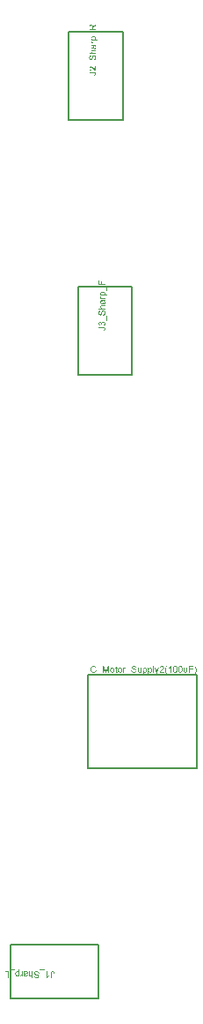
<source format=gbr>
G04*
G04 #@! TF.GenerationSoftware,Altium Limited,Altium Designer,23.9.2 (47)*
G04*
G04 Layer_Color=16711935*
%FSLAX44Y44*%
%MOMM*%
G71*
G04*
G04 #@! TF.SameCoordinates,DC7A7723-1311-43B5-9009-1713E082842B*
G04*
G04*
G04 #@! TF.FilePolarity,Positive*
G04*
G01*
G75*
%ADD11C,0.2000*%
G36*
X-419051Y131318D02*
X-424257D01*
Y131882D01*
X-419051D01*
Y131318D01*
D02*
G37*
G36*
X-447888D02*
X-453094D01*
Y131882D01*
X-447888D01*
Y131318D01*
D02*
G37*
G36*
X-443645Y125466D02*
X-444357D01*
Y126076D01*
X-444366Y126058D01*
X-444403Y126021D01*
X-444449Y125956D01*
X-444523Y125882D01*
X-444606Y125789D01*
X-444699Y125706D01*
X-444810Y125623D01*
X-444921Y125549D01*
X-444939Y125540D01*
X-444976Y125521D01*
X-445050Y125494D01*
X-445143Y125457D01*
X-445253Y125420D01*
X-445383Y125392D01*
X-445531Y125373D01*
X-445697Y125364D01*
X-445799D01*
X-445845Y125373D01*
X-445910Y125383D01*
X-446049Y125401D01*
X-446215Y125438D01*
X-446391Y125494D01*
X-446566Y125577D01*
X-446742Y125679D01*
X-446751D01*
X-446760Y125697D01*
X-446816Y125734D01*
X-446899Y125808D01*
X-447001Y125900D01*
X-447112Y126021D01*
X-447223Y126169D01*
X-447334Y126344D01*
X-447426Y126538D01*
Y126548D01*
X-447435Y126566D01*
X-447445Y126594D01*
X-447463Y126631D01*
X-447482Y126686D01*
X-447500Y126751D01*
X-447546Y126899D01*
X-447593Y127084D01*
X-447630Y127287D01*
X-447657Y127519D01*
X-447667Y127759D01*
Y127768D01*
Y127787D01*
Y127824D01*
Y127879D01*
X-447657Y127944D01*
Y128018D01*
X-447639Y128184D01*
X-447602Y128388D01*
X-447556Y128600D01*
X-447491Y128822D01*
X-447408Y129044D01*
Y129053D01*
X-447398Y129072D01*
X-447380Y129100D01*
X-447361Y129136D01*
X-447297Y129238D01*
X-447214Y129368D01*
X-447112Y129506D01*
X-446982Y129645D01*
X-446834Y129784D01*
X-446659Y129913D01*
X-446650D01*
X-446640Y129922D01*
X-446613Y129941D01*
X-446576Y129959D01*
X-446483Y130006D01*
X-446354Y130061D01*
X-446197Y130117D01*
X-446030Y130163D01*
X-445836Y130200D01*
X-445642Y130209D01*
X-445577D01*
X-445503Y130200D01*
X-445411Y130190D01*
X-445300Y130172D01*
X-445179Y130144D01*
X-445059Y130107D01*
X-444939Y130052D01*
X-444930Y130042D01*
X-444884Y130024D01*
X-444828Y129987D01*
X-444754Y129932D01*
X-444680Y129876D01*
X-444588Y129802D01*
X-444505Y129719D01*
X-444431Y129627D01*
Y131882D01*
X-443645D01*
Y125466D01*
D02*
G37*
G36*
X-436877Y130200D02*
X-436812D01*
X-436738Y130190D01*
X-436572Y130163D01*
X-436387Y130117D01*
X-436184Y130052D01*
X-435999Y129959D01*
X-435832Y129839D01*
X-435814Y129821D01*
X-435768Y129774D01*
X-435703Y129691D01*
X-435629Y129580D01*
X-435555Y129441D01*
X-435490Y129284D01*
X-435444Y129090D01*
X-435435Y128998D01*
X-435425Y128887D01*
Y128868D01*
Y128831D01*
X-435435Y128767D01*
X-435444Y128683D01*
X-435462Y128582D01*
X-435490Y128480D01*
X-435527Y128369D01*
X-435573Y128267D01*
X-435583Y128258D01*
X-435601Y128221D01*
X-435638Y128166D01*
X-435684Y128101D01*
X-435740Y128027D01*
X-435814Y127953D01*
X-435888Y127879D01*
X-435980Y127814D01*
X-435989Y127805D01*
X-436026Y127787D01*
X-436073Y127750D01*
X-436147Y127713D01*
X-436230Y127676D01*
X-436331Y127629D01*
X-436433Y127592D01*
X-436553Y127555D01*
X-436563D01*
X-436600Y127546D01*
X-436655Y127528D01*
X-436729Y127519D01*
X-436822Y127500D01*
X-436942Y127481D01*
X-437080Y127454D01*
X-437247Y127435D01*
X-437256D01*
X-437293Y127426D01*
X-437339D01*
X-437404Y127417D01*
X-437478Y127408D01*
X-437570Y127389D01*
X-437672Y127380D01*
X-437783Y127361D01*
X-438005Y127315D01*
X-438245Y127269D01*
X-438458Y127213D01*
X-438560Y127186D01*
X-438652Y127158D01*
Y127149D01*
Y127130D01*
X-438661Y127075D01*
Y127010D01*
Y126973D01*
Y126954D01*
Y126945D01*
Y126936D01*
Y126881D01*
X-438652Y126788D01*
X-438634Y126686D01*
X-438606Y126575D01*
X-438560Y126465D01*
X-438504Y126363D01*
X-438430Y126280D01*
X-438421Y126270D01*
X-438375Y126233D01*
X-438301Y126196D01*
X-438208Y126141D01*
X-438079Y126095D01*
X-437931Y126048D01*
X-437746Y126021D01*
X-437533Y126011D01*
X-437441D01*
X-437349Y126021D01*
X-437219Y126039D01*
X-437090Y126058D01*
X-436951Y126095D01*
X-436822Y126141D01*
X-436711Y126206D01*
X-436701Y126215D01*
X-436664Y126243D01*
X-436618Y126289D01*
X-436563Y126363D01*
X-436507Y126455D01*
X-436442Y126575D01*
X-436387Y126723D01*
X-436331Y126890D01*
X-435564Y126788D01*
Y126779D01*
X-435573Y126770D01*
Y126742D01*
X-435583Y126705D01*
X-435610Y126622D01*
X-435647Y126501D01*
X-435694Y126381D01*
X-435749Y126252D01*
X-435823Y126122D01*
X-435906Y126002D01*
X-435915Y125993D01*
X-435952Y125956D01*
X-436008Y125900D01*
X-436082Y125827D01*
X-436184Y125753D01*
X-436304Y125679D01*
X-436442Y125595D01*
X-436600Y125531D01*
X-436609D01*
X-436618Y125521D01*
X-436646Y125512D01*
X-436683Y125503D01*
X-436775Y125475D01*
X-436905Y125448D01*
X-437053Y125420D01*
X-437238Y125392D01*
X-437432Y125373D01*
X-437654Y125364D01*
X-437755D01*
X-437857Y125373D01*
X-437996Y125383D01*
X-438153Y125401D01*
X-438310Y125429D01*
X-438467Y125466D01*
X-438615Y125512D01*
X-438634Y125521D01*
X-438680Y125540D01*
X-438745Y125568D01*
X-438828Y125605D01*
X-438920Y125660D01*
X-439013Y125716D01*
X-439096Y125789D01*
X-439170Y125864D01*
X-439179Y125873D01*
X-439198Y125900D01*
X-439225Y125947D01*
X-439262Y126002D01*
X-439309Y126085D01*
X-439346Y126169D01*
X-439383Y126270D01*
X-439410Y126390D01*
Y126400D01*
X-439420Y126427D01*
X-439429Y126483D01*
X-439438Y126557D01*
Y126659D01*
X-439447Y126779D01*
X-439456Y126936D01*
Y127112D01*
Y128166D01*
Y128175D01*
Y128212D01*
Y128267D01*
Y128341D01*
Y128425D01*
Y128526D01*
X-439466Y128748D01*
Y128979D01*
X-439475Y129210D01*
X-439484Y129312D01*
Y129405D01*
X-439493Y129488D01*
X-439503Y129552D01*
Y129562D01*
X-439512Y129599D01*
X-439521Y129654D01*
X-439549Y129728D01*
X-439567Y129811D01*
X-439604Y129904D01*
X-439651Y130006D01*
X-439697Y130107D01*
X-438874D01*
X-438865Y130098D01*
X-438856Y130061D01*
X-438837Y130015D01*
X-438809Y129941D01*
X-438782Y129858D01*
X-438763Y129756D01*
X-438745Y129645D01*
X-438726Y129525D01*
X-438717D01*
X-438708Y129543D01*
X-438652Y129590D01*
X-438569Y129654D01*
X-438458Y129737D01*
X-438319Y129821D01*
X-438181Y129913D01*
X-438033Y129996D01*
X-437876Y130061D01*
X-437857Y130070D01*
X-437802Y130079D01*
X-437718Y130107D01*
X-437617Y130135D01*
X-437487Y130163D01*
X-437339Y130181D01*
X-437173Y130200D01*
X-437006Y130209D01*
X-436932D01*
X-436877Y130200D01*
D02*
G37*
G36*
X-411581Y130209D02*
X-411507Y130200D01*
X-411433Y130190D01*
X-411239Y130154D01*
X-411035Y130098D01*
X-410823Y130015D01*
X-410712Y129959D01*
X-410610Y129895D01*
X-410518Y129821D01*
X-410425Y129737D01*
X-410416Y129728D01*
X-410407Y129719D01*
X-410388Y129682D01*
X-410361Y129645D01*
X-410324Y129599D01*
X-410287Y129534D01*
X-410250Y129460D01*
X-410203Y129377D01*
X-410166Y129284D01*
X-410129Y129173D01*
X-410092Y129062D01*
X-410056Y128933D01*
X-410037Y128794D01*
X-410009Y128637D01*
X-410000Y128480D01*
Y128304D01*
X-410767Y128193D01*
Y128203D01*
Y128221D01*
Y128258D01*
X-410777Y128314D01*
X-410786Y128369D01*
Y128434D01*
X-410814Y128591D01*
X-410841Y128757D01*
X-410897Y128924D01*
X-410952Y129072D01*
X-410989Y129136D01*
X-411035Y129192D01*
X-411045Y129201D01*
X-411082Y129229D01*
X-411137Y129275D01*
X-411211Y129321D01*
X-411313Y129377D01*
X-411424Y129414D01*
X-411562Y129451D01*
X-411710Y129460D01*
X-411766D01*
X-411821Y129451D01*
X-411905Y129441D01*
X-411988Y129423D01*
X-412080Y129405D01*
X-412173Y129368D01*
X-412265Y129321D01*
X-412274Y129312D01*
X-412302Y129294D01*
X-412339Y129257D01*
X-412395Y129220D01*
X-412441Y129155D01*
X-412496Y129090D01*
X-412542Y129016D01*
X-412579Y128924D01*
Y128915D01*
X-412598Y128878D01*
X-412607Y128813D01*
X-412626Y128730D01*
X-412644Y128619D01*
X-412654Y128480D01*
X-412672Y128314D01*
Y128119D01*
Y123709D01*
X-413523D01*
Y128073D01*
Y128082D01*
Y128110D01*
Y128147D01*
Y128203D01*
X-413513Y128277D01*
Y128351D01*
X-413495Y128526D01*
X-413476Y128730D01*
X-413439Y128942D01*
X-413384Y129136D01*
X-413319Y129321D01*
Y129331D01*
X-413310Y129340D01*
X-413282Y129395D01*
X-413236Y129469D01*
X-413171Y129571D01*
X-413079Y129673D01*
X-412977Y129784D01*
X-412848Y129895D01*
X-412700Y129987D01*
X-412681Y129996D01*
X-412626Y130024D01*
X-412542Y130061D01*
X-412422Y130098D01*
X-412274Y130144D01*
X-412108Y130181D01*
X-411923Y130209D01*
X-411720Y130218D01*
X-411637D01*
X-411581Y130209D01*
D02*
G37*
G36*
X-427067D02*
X-426984D01*
X-426892Y130200D01*
X-426781Y130190D01*
X-426550Y130154D01*
X-426309Y130117D01*
X-426069Y130052D01*
X-425838Y129969D01*
X-425829D01*
X-425810Y129959D01*
X-425782Y129941D01*
X-425745Y129922D01*
X-425634Y129867D01*
X-425505Y129784D01*
X-425357Y129673D01*
X-425200Y129543D01*
X-425052Y129386D01*
X-424913Y129210D01*
Y129201D01*
X-424895Y129183D01*
X-424885Y129155D01*
X-424858Y129118D01*
X-424839Y129072D01*
X-424811Y129016D01*
X-424747Y128878D01*
X-424682Y128702D01*
X-424627Y128508D01*
X-424590Y128286D01*
X-424571Y128055D01*
X-425366Y127981D01*
Y127990D01*
Y127999D01*
X-425375Y128027D01*
Y128064D01*
X-425394Y128147D01*
X-425422Y128267D01*
X-425459Y128388D01*
X-425496Y128526D01*
X-425560Y128656D01*
X-425625Y128776D01*
X-425634Y128785D01*
X-425662Y128822D01*
X-425708Y128887D01*
X-425782Y128952D01*
X-425875Y129035D01*
X-425976Y129118D01*
X-426115Y129201D01*
X-426263Y129275D01*
X-426272D01*
X-426282Y129284D01*
X-426309Y129294D01*
X-426337Y129303D01*
X-426429Y129331D01*
X-426550Y129368D01*
X-426698Y129405D01*
X-426864Y129432D01*
X-427049Y129451D01*
X-427252Y129460D01*
X-427336D01*
X-427428Y129451D01*
X-427539Y129441D01*
X-427668Y129423D01*
X-427816Y129405D01*
X-427964Y129368D01*
X-428103Y129321D01*
X-428121Y129312D01*
X-428168Y129294D01*
X-428232Y129257D01*
X-428316Y129220D01*
X-428399Y129155D01*
X-428491Y129090D01*
X-428584Y129016D01*
X-428658Y128924D01*
X-428667Y128915D01*
X-428685Y128878D01*
X-428713Y128831D01*
X-428750Y128757D01*
X-428787Y128683D01*
X-428815Y128591D01*
X-428833Y128489D01*
X-428843Y128378D01*
Y128369D01*
Y128323D01*
X-428833Y128267D01*
X-428824Y128193D01*
X-428796Y128119D01*
X-428769Y128027D01*
X-428722Y127935D01*
X-428658Y127851D01*
X-428648Y127842D01*
X-428621Y127814D01*
X-428584Y127777D01*
X-428519Y127722D01*
X-428445Y127666D01*
X-428343Y127602D01*
X-428223Y127537D01*
X-428084Y127481D01*
X-428075Y127472D01*
X-428029Y127463D01*
X-427955Y127435D01*
X-427909Y127426D01*
X-427844Y127408D01*
X-427779Y127380D01*
X-427696Y127361D01*
X-427604Y127334D01*
X-427493Y127306D01*
X-427382Y127278D01*
X-427252Y127241D01*
X-427104Y127204D01*
X-426947Y127167D01*
X-426938D01*
X-426910Y127158D01*
X-426864Y127149D01*
X-426809Y127130D01*
X-426735Y127112D01*
X-426651Y127093D01*
X-426466Y127038D01*
X-426263Y126973D01*
X-426050Y126908D01*
X-425865Y126844D01*
X-425782Y126807D01*
X-425708Y126770D01*
X-425699D01*
X-425690Y126760D01*
X-425634Y126723D01*
X-425551Y126677D01*
X-425459Y126603D01*
X-425348Y126520D01*
X-425237Y126418D01*
X-425126Y126298D01*
X-425033Y126169D01*
X-425024Y126150D01*
X-424996Y126104D01*
X-424959Y126030D01*
X-424922Y125938D01*
X-424885Y125817D01*
X-424848Y125679D01*
X-424821Y125531D01*
X-424811Y125373D01*
Y125364D01*
Y125355D01*
Y125327D01*
Y125290D01*
X-424830Y125198D01*
X-424848Y125078D01*
X-424876Y124939D01*
X-424922Y124782D01*
X-424987Y124625D01*
X-425080Y124467D01*
Y124458D01*
X-425089Y124449D01*
X-425135Y124394D01*
X-425200Y124319D01*
X-425283Y124227D01*
X-425394Y124125D01*
X-425533Y124014D01*
X-425699Y123913D01*
X-425884Y123820D01*
X-425893D01*
X-425912Y123811D01*
X-425939Y123802D01*
X-425976Y123783D01*
X-426023Y123765D01*
X-426087Y123746D01*
X-426226Y123709D01*
X-426402Y123672D01*
X-426605Y123635D01*
X-426818Y123608D01*
X-427058Y123598D01*
X-427178D01*
X-427243Y123608D01*
X-427308D01*
X-427483Y123626D01*
X-427678Y123654D01*
X-427881Y123700D01*
X-428103Y123756D01*
X-428306Y123829D01*
X-428316D01*
X-428334Y123839D01*
X-428362Y123857D01*
X-428399Y123876D01*
X-428491Y123922D01*
X-428611Y124005D01*
X-428750Y124098D01*
X-428889Y124218D01*
X-429018Y124356D01*
X-429138Y124514D01*
Y124523D01*
X-429148Y124532D01*
X-429166Y124560D01*
X-429185Y124588D01*
X-429231Y124680D01*
X-429286Y124800D01*
X-429351Y124948D01*
X-429397Y125124D01*
X-429444Y125309D01*
X-429462Y125512D01*
X-428648Y125577D01*
Y125568D01*
Y125549D01*
X-428639Y125521D01*
X-428630Y125475D01*
X-428602Y125373D01*
X-428565Y125235D01*
X-428510Y125087D01*
X-428427Y124939D01*
X-428325Y124800D01*
X-428195Y124671D01*
X-428177Y124662D01*
X-428131Y124625D01*
X-428038Y124569D01*
X-427918Y124514D01*
X-427761Y124458D01*
X-427576Y124403D01*
X-427345Y124366D01*
X-427086Y124356D01*
X-426956D01*
X-426901Y124366D01*
X-426827Y124375D01*
X-426661Y124394D01*
X-426476Y124430D01*
X-426291Y124477D01*
X-426115Y124551D01*
X-426041Y124597D01*
X-425967Y124643D01*
X-425949Y124652D01*
X-425912Y124689D01*
X-425856Y124754D01*
X-425801Y124828D01*
X-425736Y124930D01*
X-425681Y125041D01*
X-425644Y125170D01*
X-425625Y125318D01*
Y125337D01*
Y125373D01*
X-425634Y125438D01*
X-425653Y125512D01*
X-425681Y125605D01*
X-425727Y125697D01*
X-425782Y125789D01*
X-425865Y125882D01*
X-425875Y125891D01*
X-425921Y125919D01*
X-425958Y125947D01*
X-425995Y125965D01*
X-426050Y125993D01*
X-426115Y126030D01*
X-426198Y126058D01*
X-426291Y126095D01*
X-426392Y126132D01*
X-426513Y126178D01*
X-426642Y126215D01*
X-426790Y126261D01*
X-426956Y126298D01*
X-427141Y126344D01*
X-427151D01*
X-427188Y126354D01*
X-427243Y126363D01*
X-427308Y126381D01*
X-427391Y126400D01*
X-427493Y126427D01*
X-427594Y126455D01*
X-427705Y126483D01*
X-427946Y126548D01*
X-428177Y126612D01*
X-428288Y126649D01*
X-428390Y126686D01*
X-428482Y126714D01*
X-428556Y126751D01*
X-428565D01*
X-428584Y126760D01*
X-428611Y126779D01*
X-428648Y126797D01*
X-428750Y126853D01*
X-428870Y126927D01*
X-429009Y127028D01*
X-429148Y127139D01*
X-429277Y127269D01*
X-429388Y127408D01*
X-429397Y127426D01*
X-429434Y127472D01*
X-429471Y127555D01*
X-429527Y127666D01*
X-429573Y127796D01*
X-429619Y127953D01*
X-429647Y128129D01*
X-429656Y128314D01*
Y128323D01*
Y128332D01*
Y128360D01*
Y128397D01*
X-429638Y128498D01*
X-429619Y128628D01*
X-429582Y128776D01*
X-429536Y128933D01*
X-429462Y129100D01*
X-429360Y129275D01*
Y129284D01*
X-429351Y129294D01*
X-429305Y129349D01*
X-429240Y129432D01*
X-429148Y129525D01*
X-429027Y129636D01*
X-428880Y129756D01*
X-428713Y129867D01*
X-428519Y129969D01*
X-428510D01*
X-428491Y129978D01*
X-428464Y129987D01*
X-428427Y130006D01*
X-428371Y130024D01*
X-428306Y130052D01*
X-428158Y130089D01*
X-427983Y130135D01*
X-427770Y130181D01*
X-427539Y130209D01*
X-427289Y130218D01*
X-427141D01*
X-427067Y130209D01*
D02*
G37*
G36*
X-440658Y125466D02*
X-441370D01*
Y126169D01*
X-441380Y126159D01*
X-441417Y126095D01*
X-441463Y126011D01*
X-441537Y125910D01*
X-441611Y125808D01*
X-441694Y125697D01*
X-441777Y125605D01*
X-441860Y125531D01*
X-441870Y125521D01*
X-441897Y125503D01*
X-441953Y125475D01*
X-442008Y125448D01*
X-442082Y125420D01*
X-442175Y125392D01*
X-442267Y125373D01*
X-442369Y125364D01*
X-442434D01*
X-442517Y125373D01*
X-442618Y125392D01*
X-442739Y125429D01*
X-442868Y125475D01*
X-443016Y125540D01*
X-443173Y125623D01*
X-442887Y126344D01*
X-442877Y126335D01*
X-442840Y126316D01*
X-442785Y126289D01*
X-442711Y126261D01*
X-442628Y126233D01*
X-442526Y126206D01*
X-442424Y126187D01*
X-442323Y126178D01*
X-442276D01*
X-442230Y126187D01*
X-442165Y126196D01*
X-442101Y126215D01*
X-442018Y126243D01*
X-441934Y126280D01*
X-441860Y126335D01*
X-441851Y126344D01*
X-441823Y126363D01*
X-441796Y126400D01*
X-441749Y126446D01*
X-441703Y126511D01*
X-441657Y126585D01*
X-441611Y126668D01*
X-441574Y126770D01*
X-441564Y126788D01*
X-441555Y126844D01*
X-441537Y126927D01*
X-441509Y127038D01*
X-441481Y127176D01*
X-441463Y127334D01*
X-441454Y127500D01*
X-441444Y127685D01*
Y130107D01*
X-440658D01*
Y125466D01*
D02*
G37*
G36*
X-430719Y123709D02*
X-431505D01*
Y126002D01*
X-431515Y125993D01*
X-431533Y125974D01*
X-431561Y125947D01*
X-431607Y125900D01*
X-431653Y125854D01*
X-431718Y125799D01*
X-431801Y125743D01*
X-431884Y125679D01*
X-431977Y125623D01*
X-432079Y125568D01*
X-432319Y125466D01*
X-432448Y125420D01*
X-432587Y125392D01*
X-432735Y125373D01*
X-432883Y125364D01*
X-432966D01*
X-433068Y125373D01*
X-433188Y125392D01*
X-433327Y125410D01*
X-433475Y125448D01*
X-433623Y125503D01*
X-433770Y125568D01*
X-433789Y125577D01*
X-433835Y125605D01*
X-433900Y125651D01*
X-433983Y125716D01*
X-434066Y125799D01*
X-434159Y125891D01*
X-434242Y126002D01*
X-434316Y126132D01*
X-434325Y126150D01*
X-434344Y126196D01*
X-434371Y126280D01*
X-434399Y126400D01*
X-434427Y126548D01*
X-434455Y126723D01*
X-434473Y126936D01*
X-434482Y127176D01*
Y130107D01*
X-433697D01*
Y127167D01*
Y127158D01*
Y127139D01*
Y127112D01*
Y127075D01*
X-433687Y126973D01*
X-433669Y126844D01*
X-433632Y126705D01*
X-433586Y126566D01*
X-433521Y126427D01*
X-433438Y126316D01*
X-433428Y126307D01*
X-433391Y126270D01*
X-433336Y126224D01*
X-433253Y126178D01*
X-433151Y126122D01*
X-433031Y126085D01*
X-432883Y126048D01*
X-432716Y126039D01*
X-432661D01*
X-432596Y126048D01*
X-432504Y126058D01*
X-432411Y126085D01*
X-432300Y126113D01*
X-432189Y126159D01*
X-432069Y126224D01*
X-432060Y126233D01*
X-432023Y126261D01*
X-431968Y126298D01*
X-431903Y126354D01*
X-431829Y126427D01*
X-431755Y126511D01*
X-431690Y126612D01*
X-431635Y126723D01*
X-431626Y126742D01*
X-431616Y126779D01*
X-431598Y126853D01*
X-431570Y126945D01*
X-431542Y127065D01*
X-431524Y127213D01*
X-431515Y127380D01*
X-431505Y127574D01*
Y130107D01*
X-430719D01*
Y123709D01*
D02*
G37*
G36*
X-453658D02*
X-454508D01*
Y129349D01*
X-457661D01*
Y130107D01*
X-453658D01*
Y123709D01*
D02*
G37*
G36*
X-416758Y125105D02*
X-416749Y125115D01*
X-416703Y125152D01*
X-416648Y125207D01*
X-416555Y125272D01*
X-416453Y125355D01*
X-416324Y125448D01*
X-416176Y125549D01*
X-416010Y125651D01*
X-416000D01*
X-415991Y125660D01*
X-415936Y125697D01*
X-415843Y125743D01*
X-415732Y125799D01*
X-415603Y125864D01*
X-415464Y125928D01*
X-415326Y125993D01*
X-415187Y126048D01*
Y125290D01*
X-415196D01*
X-415215Y125272D01*
X-415252Y125262D01*
X-415298Y125235D01*
X-415353Y125207D01*
X-415418Y125170D01*
X-415575Y125078D01*
X-415760Y124976D01*
X-415945Y124846D01*
X-416139Y124699D01*
X-416333Y124541D01*
X-416343Y124532D01*
X-416352Y124523D01*
X-416380Y124495D01*
X-416416Y124467D01*
X-416500Y124375D01*
X-416611Y124264D01*
X-416721Y124135D01*
X-416842Y123987D01*
X-416943Y123839D01*
X-417036Y123681D01*
X-417544D01*
Y130107D01*
X-416758D01*
Y125105D01*
D02*
G37*
G36*
X-366533Y789582D02*
X-364554D01*
Y792587D01*
X-363796D01*
Y789582D01*
X-360893D01*
Y788732D01*
X-367291D01*
Y793059D01*
X-366533D01*
Y789582D01*
D02*
G37*
G36*
X-359118Y782888D02*
X-359682D01*
Y788094D01*
X-359118D01*
Y782888D01*
D02*
G37*
G36*
X-363056Y782657D02*
X-362982D01*
X-362816Y782639D01*
X-362612Y782602D01*
X-362400Y782556D01*
X-362178Y782491D01*
X-361956Y782408D01*
X-361947D01*
X-361928Y782399D01*
X-361900Y782380D01*
X-361864Y782362D01*
X-361762Y782297D01*
X-361632Y782214D01*
X-361494Y782112D01*
X-361355Y781982D01*
X-361216Y781834D01*
X-361087Y781659D01*
Y781650D01*
X-361078Y781640D01*
X-361059Y781613D01*
X-361041Y781576D01*
X-360994Y781483D01*
X-360939Y781354D01*
X-360883Y781197D01*
X-360837Y781030D01*
X-360800Y780836D01*
X-360791Y780642D01*
Y780577D01*
X-360800Y780503D01*
X-360810Y780411D01*
X-360828Y780300D01*
X-360856Y780180D01*
X-360893Y780059D01*
X-360948Y779939D01*
X-360957Y779930D01*
X-360976Y779884D01*
X-361013Y779828D01*
X-361068Y779754D01*
X-361124Y779680D01*
X-361198Y779588D01*
X-361281Y779505D01*
X-361373Y779431D01*
X-359118D01*
Y778645D01*
X-365534D01*
Y779357D01*
X-364924D01*
X-364942Y779366D01*
X-364979Y779403D01*
X-365044Y779449D01*
X-365118Y779523D01*
X-365210Y779606D01*
X-365294Y779699D01*
X-365377Y779810D01*
X-365451Y779921D01*
X-365460Y779939D01*
X-365479Y779976D01*
X-365506Y780050D01*
X-365543Y780143D01*
X-365580Y780254D01*
X-365608Y780383D01*
X-365626Y780531D01*
X-365636Y780697D01*
Y780799D01*
X-365626Y780845D01*
X-365617Y780910D01*
X-365599Y781049D01*
X-365562Y781215D01*
X-365506Y781391D01*
X-365423Y781566D01*
X-365321Y781742D01*
Y781751D01*
X-365303Y781760D01*
X-365266Y781816D01*
X-365192Y781899D01*
X-365099Y782001D01*
X-364979Y782112D01*
X-364831Y782223D01*
X-364656Y782334D01*
X-364462Y782426D01*
X-364452D01*
X-364434Y782435D01*
X-364406Y782445D01*
X-364369Y782463D01*
X-364314Y782482D01*
X-364249Y782500D01*
X-364101Y782546D01*
X-363916Y782593D01*
X-363713Y782630D01*
X-363481Y782657D01*
X-363241Y782667D01*
X-363232D01*
X-363213D01*
X-363176D01*
X-363121D01*
X-363056Y782657D01*
D02*
G37*
G36*
X-364656Y777887D02*
X-364665Y777877D01*
X-364683Y777840D01*
X-364711Y777785D01*
X-364739Y777711D01*
X-364767Y777628D01*
X-364794Y777526D01*
X-364813Y777424D01*
X-364822Y777323D01*
Y777276D01*
X-364813Y777230D01*
X-364804Y777166D01*
X-364785Y777101D01*
X-364757Y777018D01*
X-364720Y776934D01*
X-364665Y776860D01*
X-364656Y776851D01*
X-364637Y776823D01*
X-364600Y776796D01*
X-364554Y776749D01*
X-364489Y776703D01*
X-364415Y776657D01*
X-364332Y776611D01*
X-364230Y776574D01*
X-364212Y776564D01*
X-364156Y776555D01*
X-364073Y776537D01*
X-363962Y776509D01*
X-363824Y776481D01*
X-363666Y776463D01*
X-363500Y776453D01*
X-363315Y776444D01*
X-360893D01*
Y775658D01*
X-365534D01*
Y776370D01*
X-364831D01*
X-364841Y776380D01*
X-364905Y776417D01*
X-364989Y776463D01*
X-365090Y776537D01*
X-365192Y776611D01*
X-365303Y776694D01*
X-365395Y776777D01*
X-365469Y776860D01*
X-365479Y776870D01*
X-365497Y776897D01*
X-365525Y776953D01*
X-365552Y777008D01*
X-365580Y777082D01*
X-365608Y777175D01*
X-365626Y777267D01*
X-365636Y777369D01*
Y777434D01*
X-365626Y777517D01*
X-365608Y777618D01*
X-365571Y777739D01*
X-365525Y777868D01*
X-365460Y778016D01*
X-365377Y778173D01*
X-364656Y777887D01*
D02*
G37*
G36*
X-360893Y773874D02*
X-360902Y773865D01*
X-360939Y773856D01*
X-360985Y773837D01*
X-361059Y773809D01*
X-361142Y773782D01*
X-361244Y773763D01*
X-361355Y773745D01*
X-361475Y773726D01*
Y773717D01*
X-361457Y773708D01*
X-361410Y773652D01*
X-361346Y773569D01*
X-361263Y773458D01*
X-361179Y773319D01*
X-361087Y773181D01*
X-361004Y773033D01*
X-360939Y772876D01*
X-360930Y772857D01*
X-360920Y772802D01*
X-360893Y772718D01*
X-360865Y772617D01*
X-360837Y772487D01*
X-360819Y772339D01*
X-360800Y772173D01*
X-360791Y772006D01*
Y771932D01*
X-360800Y771877D01*
Y771812D01*
X-360810Y771738D01*
X-360837Y771572D01*
X-360883Y771387D01*
X-360948Y771183D01*
X-361041Y770999D01*
X-361161Y770832D01*
X-361179Y770814D01*
X-361226Y770768D01*
X-361309Y770703D01*
X-361420Y770629D01*
X-361558Y770555D01*
X-361716Y770490D01*
X-361910Y770444D01*
X-362002Y770435D01*
X-362113Y770425D01*
X-362132D01*
X-362169D01*
X-362233Y770435D01*
X-362317Y770444D01*
X-362418Y770462D01*
X-362520Y770490D01*
X-362631Y770527D01*
X-362733Y770573D01*
X-362742Y770583D01*
X-362779Y770601D01*
X-362834Y770638D01*
X-362899Y770684D01*
X-362973Y770740D01*
X-363047Y770814D01*
X-363121Y770888D01*
X-363186Y770980D01*
X-363195Y770989D01*
X-363213Y771026D01*
X-363250Y771073D01*
X-363287Y771147D01*
X-363324Y771230D01*
X-363371Y771331D01*
X-363408Y771433D01*
X-363445Y771553D01*
Y771563D01*
X-363454Y771600D01*
X-363472Y771655D01*
X-363481Y771729D01*
X-363500Y771822D01*
X-363518Y771942D01*
X-363546Y772080D01*
X-363565Y772247D01*
Y772256D01*
X-363574Y772293D01*
Y772339D01*
X-363583Y772404D01*
X-363592Y772478D01*
X-363611Y772570D01*
X-363620Y772672D01*
X-363639Y772783D01*
X-363685Y773005D01*
X-363731Y773245D01*
X-363787Y773458D01*
X-363814Y773560D01*
X-363842Y773652D01*
X-363851D01*
X-363870D01*
X-363925Y773661D01*
X-363990D01*
X-364027D01*
X-364045D01*
X-364055D01*
X-364064D01*
X-364119D01*
X-364212Y773652D01*
X-364314Y773634D01*
X-364425Y773606D01*
X-364535Y773560D01*
X-364637Y773504D01*
X-364720Y773430D01*
X-364730Y773421D01*
X-364767Y773375D01*
X-364804Y773301D01*
X-364859Y773208D01*
X-364905Y773079D01*
X-364952Y772931D01*
X-364979Y772746D01*
X-364989Y772533D01*
Y772441D01*
X-364979Y772348D01*
X-364961Y772219D01*
X-364942Y772090D01*
X-364905Y771951D01*
X-364859Y771822D01*
X-364794Y771711D01*
X-364785Y771701D01*
X-364757Y771664D01*
X-364711Y771618D01*
X-364637Y771563D01*
X-364545Y771507D01*
X-364425Y771442D01*
X-364277Y771387D01*
X-364110Y771331D01*
X-364212Y770564D01*
X-364221D01*
X-364230Y770573D01*
X-364258D01*
X-364295Y770583D01*
X-364378Y770610D01*
X-364498Y770647D01*
X-364619Y770694D01*
X-364748Y770749D01*
X-364878Y770823D01*
X-364998Y770906D01*
X-365007Y770915D01*
X-365044Y770952D01*
X-365099Y771008D01*
X-365173Y771082D01*
X-365247Y771183D01*
X-365321Y771304D01*
X-365405Y771442D01*
X-365469Y771600D01*
Y771609D01*
X-365479Y771618D01*
X-365488Y771646D01*
X-365497Y771683D01*
X-365525Y771775D01*
X-365552Y771905D01*
X-365580Y772053D01*
X-365608Y772237D01*
X-365626Y772432D01*
X-365636Y772654D01*
Y772755D01*
X-365626Y772857D01*
X-365617Y772996D01*
X-365599Y773153D01*
X-365571Y773310D01*
X-365534Y773467D01*
X-365488Y773615D01*
X-365479Y773634D01*
X-365460Y773680D01*
X-365432Y773745D01*
X-365395Y773828D01*
X-365340Y773920D01*
X-365284Y774013D01*
X-365210Y774096D01*
X-365136Y774170D01*
X-365127Y774179D01*
X-365099Y774198D01*
X-365053Y774225D01*
X-364998Y774262D01*
X-364915Y774309D01*
X-364831Y774345D01*
X-364730Y774382D01*
X-364609Y774410D01*
X-364600D01*
X-364572Y774419D01*
X-364517Y774429D01*
X-364443Y774438D01*
X-364341D01*
X-364221Y774447D01*
X-364064Y774456D01*
X-363888D01*
X-362834D01*
X-362825D01*
X-362788D01*
X-362733D01*
X-362659D01*
X-362575D01*
X-362474D01*
X-362252Y774466D01*
X-362021D01*
X-361790Y774475D01*
X-361688Y774484D01*
X-361595D01*
X-361512Y774493D01*
X-361447Y774503D01*
X-361438D01*
X-361401Y774512D01*
X-361346Y774521D01*
X-361272Y774549D01*
X-361189Y774567D01*
X-361096Y774604D01*
X-360994Y774651D01*
X-360893Y774697D01*
Y773874D01*
D02*
G37*
G36*
Y768697D02*
X-363833D01*
X-363842D01*
X-363861D01*
X-363888D01*
X-363925D01*
X-364027Y768687D01*
X-364156Y768669D01*
X-364295Y768632D01*
X-364434Y768586D01*
X-364572Y768521D01*
X-364683Y768438D01*
X-364693Y768428D01*
X-364730Y768391D01*
X-364776Y768336D01*
X-364822Y768253D01*
X-364878Y768151D01*
X-364915Y768031D01*
X-364952Y767883D01*
X-364961Y767716D01*
Y767661D01*
X-364952Y767596D01*
X-364942Y767504D01*
X-364915Y767411D01*
X-364887Y767300D01*
X-364841Y767189D01*
X-364776Y767069D01*
X-364767Y767060D01*
X-364739Y767023D01*
X-364702Y766968D01*
X-364646Y766903D01*
X-364572Y766829D01*
X-364489Y766755D01*
X-364388Y766690D01*
X-364277Y766635D01*
X-364258Y766626D01*
X-364221Y766616D01*
X-364147Y766598D01*
X-364055Y766570D01*
X-363935Y766542D01*
X-363787Y766524D01*
X-363620Y766515D01*
X-363426Y766505D01*
X-360893D01*
Y765719D01*
X-367291D01*
Y766505D01*
X-364998D01*
X-365007Y766515D01*
X-365025Y766533D01*
X-365053Y766561D01*
X-365099Y766607D01*
X-365146Y766653D01*
X-365201Y766718D01*
X-365257Y766801D01*
X-365321Y766884D01*
X-365377Y766977D01*
X-365432Y767078D01*
X-365534Y767319D01*
X-365580Y767448D01*
X-365608Y767587D01*
X-365626Y767735D01*
X-365636Y767883D01*
Y767966D01*
X-365626Y768068D01*
X-365608Y768188D01*
X-365589Y768327D01*
X-365552Y768475D01*
X-365497Y768623D01*
X-365432Y768770D01*
X-365423Y768789D01*
X-365395Y768835D01*
X-365349Y768900D01*
X-365284Y768983D01*
X-365201Y769066D01*
X-365109Y769159D01*
X-364998Y769242D01*
X-364868Y769316D01*
X-364850Y769325D01*
X-364804Y769344D01*
X-364720Y769371D01*
X-364600Y769399D01*
X-364452Y769427D01*
X-364277Y769455D01*
X-364064Y769473D01*
X-363824Y769482D01*
X-360893D01*
Y768697D01*
D02*
G37*
G36*
X-362501Y764638D02*
X-362372Y764619D01*
X-362224Y764582D01*
X-362067Y764536D01*
X-361900Y764462D01*
X-361725Y764360D01*
X-361716D01*
X-361706Y764351D01*
X-361651Y764305D01*
X-361568Y764240D01*
X-361475Y764148D01*
X-361364Y764027D01*
X-361244Y763879D01*
X-361133Y763713D01*
X-361031Y763519D01*
Y763510D01*
X-361022Y763491D01*
X-361013Y763464D01*
X-360994Y763427D01*
X-360976Y763371D01*
X-360948Y763306D01*
X-360911Y763158D01*
X-360865Y762983D01*
X-360819Y762770D01*
X-360791Y762539D01*
X-360782Y762289D01*
Y762141D01*
X-360791Y762067D01*
Y761984D01*
X-360800Y761892D01*
X-360810Y761781D01*
X-360846Y761550D01*
X-360883Y761309D01*
X-360948Y761069D01*
X-361031Y760838D01*
Y760828D01*
X-361041Y760810D01*
X-361059Y760782D01*
X-361078Y760745D01*
X-361133Y760634D01*
X-361216Y760505D01*
X-361327Y760357D01*
X-361457Y760200D01*
X-361614Y760052D01*
X-361790Y759913D01*
X-361799D01*
X-361817Y759895D01*
X-361845Y759885D01*
X-361882Y759858D01*
X-361928Y759839D01*
X-361984Y759811D01*
X-362122Y759747D01*
X-362298Y759682D01*
X-362492Y759626D01*
X-362714Y759590D01*
X-362945Y759571D01*
X-363019Y760366D01*
X-363010D01*
X-363001D01*
X-362973Y760375D01*
X-362936D01*
X-362853Y760394D01*
X-362733Y760422D01*
X-362612Y760459D01*
X-362474Y760496D01*
X-362344Y760560D01*
X-362224Y760625D01*
X-362215Y760634D01*
X-362178Y760662D01*
X-362113Y760708D01*
X-362048Y760782D01*
X-361965Y760875D01*
X-361882Y760976D01*
X-361799Y761115D01*
X-361725Y761263D01*
Y761272D01*
X-361716Y761282D01*
X-361706Y761309D01*
X-361697Y761337D01*
X-361669Y761429D01*
X-361632Y761550D01*
X-361595Y761698D01*
X-361568Y761864D01*
X-361549Y762049D01*
X-361540Y762252D01*
Y762336D01*
X-361549Y762428D01*
X-361558Y762539D01*
X-361577Y762668D01*
X-361595Y762816D01*
X-361632Y762964D01*
X-361679Y763103D01*
X-361688Y763121D01*
X-361706Y763168D01*
X-361743Y763232D01*
X-361780Y763316D01*
X-361845Y763399D01*
X-361910Y763491D01*
X-361984Y763584D01*
X-362076Y763658D01*
X-362085Y763667D01*
X-362122Y763685D01*
X-362169Y763713D01*
X-362243Y763750D01*
X-362317Y763787D01*
X-362409Y763815D01*
X-362511Y763833D01*
X-362622Y763842D01*
X-362631D01*
X-362677D01*
X-362733Y763833D01*
X-362807Y763824D01*
X-362881Y763796D01*
X-362973Y763769D01*
X-363065Y763722D01*
X-363149Y763658D01*
X-363158Y763648D01*
X-363186Y763621D01*
X-363223Y763584D01*
X-363278Y763519D01*
X-363334Y763445D01*
X-363398Y763343D01*
X-363463Y763223D01*
X-363518Y763084D01*
X-363528Y763075D01*
X-363537Y763029D01*
X-363565Y762955D01*
X-363574Y762909D01*
X-363592Y762844D01*
X-363620Y762779D01*
X-363639Y762696D01*
X-363666Y762604D01*
X-363694Y762493D01*
X-363722Y762382D01*
X-363759Y762252D01*
X-363796Y762104D01*
X-363833Y761947D01*
Y761938D01*
X-363842Y761910D01*
X-363851Y761864D01*
X-363870Y761808D01*
X-363888Y761734D01*
X-363907Y761651D01*
X-363962Y761466D01*
X-364027Y761263D01*
X-364092Y761050D01*
X-364156Y760865D01*
X-364193Y760782D01*
X-364230Y760708D01*
Y760699D01*
X-364240Y760690D01*
X-364277Y760634D01*
X-364323Y760551D01*
X-364397Y760459D01*
X-364480Y760348D01*
X-364582Y760237D01*
X-364702Y760126D01*
X-364831Y760033D01*
X-364850Y760024D01*
X-364896Y759996D01*
X-364970Y759959D01*
X-365062Y759922D01*
X-365183Y759885D01*
X-365321Y759848D01*
X-365469Y759821D01*
X-365626Y759811D01*
X-365636D01*
X-365645D01*
X-365673D01*
X-365710D01*
X-365802Y759830D01*
X-365922Y759848D01*
X-366061Y759876D01*
X-366218Y759922D01*
X-366375Y759987D01*
X-366533Y760080D01*
X-366542D01*
X-366551Y760089D01*
X-366606Y760135D01*
X-366680Y760200D01*
X-366773Y760283D01*
X-366875Y760394D01*
X-366986Y760533D01*
X-367087Y760699D01*
X-367180Y760884D01*
Y760893D01*
X-367189Y760912D01*
X-367198Y760939D01*
X-367217Y760976D01*
X-367235Y761023D01*
X-367254Y761087D01*
X-367291Y761226D01*
X-367328Y761402D01*
X-367365Y761605D01*
X-367392Y761818D01*
X-367402Y762058D01*
Y762178D01*
X-367392Y762243D01*
Y762308D01*
X-367374Y762483D01*
X-367346Y762678D01*
X-367300Y762881D01*
X-367244Y763103D01*
X-367170Y763306D01*
Y763316D01*
X-367161Y763334D01*
X-367143Y763362D01*
X-367124Y763399D01*
X-367078Y763491D01*
X-366995Y763611D01*
X-366902Y763750D01*
X-366782Y763889D01*
X-366643Y764018D01*
X-366486Y764138D01*
X-366477D01*
X-366468Y764148D01*
X-366440Y764166D01*
X-366412Y764185D01*
X-366320Y764231D01*
X-366200Y764286D01*
X-366052Y764351D01*
X-365876Y764397D01*
X-365691Y764444D01*
X-365488Y764462D01*
X-365423Y763648D01*
X-365432D01*
X-365451D01*
X-365479Y763639D01*
X-365525Y763630D01*
X-365626Y763602D01*
X-365765Y763565D01*
X-365913Y763510D01*
X-366061Y763427D01*
X-366200Y763325D01*
X-366329Y763195D01*
X-366338Y763177D01*
X-366375Y763131D01*
X-366431Y763038D01*
X-366486Y762918D01*
X-366542Y762761D01*
X-366597Y762576D01*
X-366634Y762345D01*
X-366643Y762086D01*
Y761956D01*
X-366634Y761901D01*
X-366625Y761827D01*
X-366606Y761661D01*
X-366570Y761476D01*
X-366523Y761291D01*
X-366449Y761115D01*
X-366403Y761041D01*
X-366357Y760967D01*
X-366348Y760949D01*
X-366311Y760912D01*
X-366246Y760856D01*
X-366172Y760801D01*
X-366070Y760736D01*
X-365959Y760680D01*
X-365830Y760644D01*
X-365682Y760625D01*
X-365663D01*
X-365626D01*
X-365562Y760634D01*
X-365488Y760653D01*
X-365395Y760680D01*
X-365303Y760727D01*
X-365210Y760782D01*
X-365118Y760865D01*
X-365109Y760875D01*
X-365081Y760921D01*
X-365053Y760958D01*
X-365035Y760995D01*
X-365007Y761050D01*
X-364970Y761115D01*
X-364942Y761198D01*
X-364905Y761291D01*
X-364868Y761393D01*
X-364822Y761513D01*
X-364785Y761642D01*
X-364739Y761790D01*
X-364702Y761956D01*
X-364656Y762141D01*
Y762151D01*
X-364646Y762188D01*
X-364637Y762243D01*
X-364619Y762308D01*
X-364600Y762391D01*
X-364572Y762493D01*
X-364545Y762594D01*
X-364517Y762705D01*
X-364452Y762946D01*
X-364388Y763177D01*
X-364351Y763288D01*
X-364314Y763390D01*
X-364286Y763482D01*
X-364249Y763556D01*
Y763565D01*
X-364240Y763584D01*
X-364221Y763611D01*
X-364203Y763648D01*
X-364147Y763750D01*
X-364073Y763870D01*
X-363971Y764009D01*
X-363861Y764148D01*
X-363731Y764277D01*
X-363592Y764388D01*
X-363574Y764397D01*
X-363528Y764434D01*
X-363445Y764471D01*
X-363334Y764527D01*
X-363204Y764573D01*
X-363047Y764619D01*
X-362871Y764647D01*
X-362686Y764656D01*
X-362677D01*
X-362668D01*
X-362640D01*
X-362603D01*
X-362501Y764638D01*
D02*
G37*
G36*
X-359118Y754052D02*
X-359682D01*
Y759257D01*
X-359118D01*
Y754052D01*
D02*
G37*
G36*
X-362640Y753774D02*
X-362566Y753765D01*
X-362483Y753746D01*
X-362391Y753728D01*
X-362289Y753709D01*
X-362067Y753635D01*
X-361947Y753580D01*
X-361836Y753524D01*
X-361716Y753450D01*
X-361595Y753367D01*
X-361475Y753275D01*
X-361364Y753164D01*
X-361355Y753155D01*
X-361337Y753136D01*
X-361309Y753099D01*
X-361272Y753053D01*
X-361226Y752998D01*
X-361179Y752924D01*
X-361124Y752840D01*
X-361078Y752739D01*
X-361022Y752637D01*
X-360967Y752517D01*
X-360920Y752396D01*
X-360874Y752258D01*
X-360837Y752110D01*
X-360810Y751953D01*
X-360791Y751796D01*
X-360782Y751620D01*
Y751537D01*
X-360791Y751481D01*
X-360800Y751407D01*
X-360810Y751324D01*
X-360828Y751232D01*
X-360846Y751130D01*
X-360902Y750908D01*
X-360994Y750677D01*
X-361050Y750557D01*
X-361115Y750446D01*
X-361198Y750335D01*
X-361281Y750224D01*
X-361290Y750214D01*
X-361309Y750196D01*
X-361337Y750168D01*
X-361373Y750141D01*
X-361420Y750094D01*
X-361484Y750048D01*
X-361549Y749993D01*
X-361632Y749937D01*
X-361725Y749882D01*
X-361817Y749826D01*
X-362039Y749725D01*
X-362298Y749641D01*
X-362437Y749614D01*
X-362585Y749595D01*
X-362686Y750381D01*
X-362677D01*
X-362659Y750390D01*
X-362622Y750399D01*
X-362575Y750409D01*
X-362520Y750418D01*
X-362455Y750436D01*
X-362317Y750483D01*
X-362150Y750547D01*
X-361993Y750631D01*
X-361845Y750723D01*
X-361716Y750834D01*
X-361706Y750853D01*
X-361669Y750890D01*
X-361623Y750963D01*
X-361577Y751056D01*
X-361521Y751167D01*
X-361475Y751305D01*
X-361438Y751463D01*
X-361429Y751629D01*
Y751685D01*
X-361438Y751722D01*
X-361447Y751823D01*
X-361475Y751953D01*
X-361521Y752101D01*
X-361586Y752258D01*
X-361679Y752415D01*
X-361808Y752563D01*
X-361827Y752581D01*
X-361882Y752628D01*
X-361965Y752683D01*
X-362076Y752757D01*
X-362215Y752831D01*
X-362372Y752887D01*
X-362557Y752933D01*
X-362760Y752951D01*
X-362770D01*
X-362788D01*
X-362816D01*
X-362853Y752942D01*
X-362954Y752933D01*
X-363075Y752905D01*
X-363223Y752868D01*
X-363371Y752803D01*
X-363518Y752711D01*
X-363657Y752591D01*
X-363676Y752572D01*
X-363713Y752526D01*
X-363768Y752452D01*
X-363833Y752350D01*
X-363898Y752221D01*
X-363953Y752064D01*
X-363990Y751888D01*
X-364008Y751694D01*
Y751611D01*
X-363999Y751546D01*
X-363990Y751463D01*
X-363971Y751370D01*
X-363953Y751259D01*
X-363925Y751139D01*
X-364619Y751232D01*
Y751278D01*
X-364609Y751315D01*
Y751435D01*
X-364628Y751537D01*
X-364646Y751657D01*
X-364674Y751796D01*
X-364720Y751953D01*
X-364785Y752101D01*
X-364868Y752258D01*
Y752267D01*
X-364878Y752276D01*
X-364915Y752322D01*
X-364979Y752387D01*
X-365062Y752461D01*
X-365183Y752535D01*
X-365321Y752600D01*
X-365479Y752646D01*
X-365571Y752665D01*
X-365673D01*
X-365682D01*
X-365691D01*
X-365747D01*
X-365821Y752646D01*
X-365922Y752628D01*
X-366033Y752591D01*
X-366153Y752544D01*
X-366274Y752470D01*
X-366385Y752369D01*
X-366394Y752359D01*
X-366431Y752313D01*
X-366477Y752249D01*
X-366533Y752165D01*
X-366579Y752054D01*
X-366625Y751925D01*
X-366662Y751777D01*
X-366671Y751611D01*
Y751537D01*
X-366653Y751453D01*
X-366634Y751342D01*
X-366597Y751222D01*
X-366551Y751102D01*
X-366477Y750973D01*
X-366385Y750853D01*
X-366375Y750843D01*
X-366329Y750806D01*
X-366264Y750751D01*
X-366172Y750686D01*
X-366052Y750621D01*
X-365904Y750557D01*
X-365728Y750501D01*
X-365525Y750464D01*
X-365663Y749678D01*
X-365673D01*
X-365700Y749688D01*
X-365737Y749697D01*
X-365793Y749706D01*
X-365858Y749725D01*
X-365932Y749752D01*
X-366107Y749808D01*
X-366311Y749900D01*
X-366514Y750011D01*
X-366708Y750150D01*
X-366884Y750325D01*
X-366893Y750335D01*
X-366902Y750353D01*
X-366921Y750381D01*
X-366949Y750418D01*
X-366986Y750464D01*
X-367023Y750529D01*
X-367060Y750594D01*
X-367106Y750677D01*
X-367180Y750862D01*
X-367254Y751074D01*
X-367300Y751324D01*
X-367318Y751453D01*
Y751685D01*
X-367309Y751786D01*
X-367291Y751907D01*
X-367263Y752054D01*
X-367217Y752221D01*
X-367161Y752387D01*
X-367087Y752554D01*
Y752563D01*
X-367078Y752572D01*
X-367050Y752628D01*
X-366995Y752711D01*
X-366930Y752803D01*
X-366838Y752914D01*
X-366736Y753025D01*
X-366616Y753136D01*
X-366477Y753229D01*
X-366459Y753238D01*
X-366412Y753266D01*
X-366329Y753303D01*
X-366227Y753349D01*
X-366107Y753395D01*
X-365969Y753432D01*
X-365811Y753460D01*
X-365654Y753469D01*
X-365636D01*
X-365580D01*
X-365506Y753460D01*
X-365405Y753441D01*
X-365284Y753413D01*
X-365155Y753367D01*
X-365025Y753312D01*
X-364896Y753238D01*
X-364878Y753229D01*
X-364841Y753201D01*
X-364776Y753145D01*
X-364702Y753071D01*
X-364619Y752979D01*
X-364526Y752868D01*
X-364443Y752739D01*
X-364360Y752581D01*
Y752591D01*
X-364351Y752609D01*
X-364341Y752637D01*
X-364332Y752674D01*
X-364295Y752776D01*
X-364240Y752905D01*
X-364166Y753053D01*
X-364073Y753201D01*
X-363953Y753339D01*
X-363814Y753469D01*
X-363796Y753478D01*
X-363740Y753515D01*
X-363648Y753571D01*
X-363528Y753626D01*
X-363380Y753682D01*
X-363204Y753737D01*
X-363001Y753774D01*
X-362779Y753783D01*
X-362770D01*
X-362742D01*
X-362696D01*
X-362640Y753774D01*
D02*
G37*
G36*
X-362723Y748513D02*
X-362649D01*
X-362474Y748495D01*
X-362270Y748476D01*
X-362058Y748439D01*
X-361864Y748384D01*
X-361679Y748319D01*
X-361669D01*
X-361660Y748310D01*
X-361605Y748282D01*
X-361531Y748236D01*
X-361429Y748171D01*
X-361327Y748079D01*
X-361216Y747977D01*
X-361105Y747848D01*
X-361013Y747700D01*
X-361004Y747681D01*
X-360976Y747626D01*
X-360939Y747542D01*
X-360902Y747422D01*
X-360856Y747274D01*
X-360819Y747108D01*
X-360791Y746923D01*
X-360782Y746720D01*
Y746637D01*
X-360791Y746581D01*
X-360800Y746507D01*
X-360810Y746433D01*
X-360846Y746239D01*
X-360902Y746036D01*
X-360985Y745823D01*
X-361041Y745712D01*
X-361105Y745610D01*
X-361179Y745518D01*
X-361263Y745425D01*
X-361272Y745416D01*
X-361281Y745407D01*
X-361318Y745388D01*
X-361355Y745361D01*
X-361401Y745324D01*
X-361466Y745287D01*
X-361540Y745250D01*
X-361623Y745203D01*
X-361716Y745166D01*
X-361827Y745129D01*
X-361937Y745092D01*
X-362067Y745055D01*
X-362206Y745037D01*
X-362363Y745009D01*
X-362520Y745000D01*
X-362696D01*
X-362807Y745767D01*
X-362797D01*
X-362779D01*
X-362742D01*
X-362686Y745777D01*
X-362631Y745786D01*
X-362566D01*
X-362409Y745814D01*
X-362243Y745841D01*
X-362076Y745897D01*
X-361928Y745952D01*
X-361864Y745989D01*
X-361808Y746036D01*
X-361799Y746045D01*
X-361771Y746082D01*
X-361725Y746137D01*
X-361679Y746211D01*
X-361623Y746313D01*
X-361586Y746424D01*
X-361549Y746562D01*
X-361540Y746710D01*
Y746766D01*
X-361549Y746821D01*
X-361558Y746905D01*
X-361577Y746988D01*
X-361595Y747080D01*
X-361632Y747173D01*
X-361679Y747265D01*
X-361688Y747274D01*
X-361706Y747302D01*
X-361743Y747339D01*
X-361780Y747395D01*
X-361845Y747441D01*
X-361910Y747496D01*
X-361984Y747542D01*
X-362076Y747579D01*
X-362085D01*
X-362122Y747598D01*
X-362187Y747607D01*
X-362270Y747626D01*
X-362381Y747644D01*
X-362520Y747654D01*
X-362686Y747672D01*
X-362881D01*
X-367291D01*
Y748523D01*
X-362927D01*
X-362918D01*
X-362890D01*
X-362853D01*
X-362797D01*
X-362723Y748513D01*
D02*
G37*
G36*
X-333099Y423386D02*
X-333034D01*
X-332859Y423367D01*
X-332664Y423340D01*
X-332461Y423293D01*
X-332239Y423238D01*
X-332036Y423164D01*
X-332026D01*
X-332008Y423155D01*
X-331980Y423136D01*
X-331943Y423118D01*
X-331851Y423071D01*
X-331731Y422988D01*
X-331592Y422896D01*
X-331453Y422776D01*
X-331324Y422637D01*
X-331204Y422480D01*
Y422471D01*
X-331194Y422461D01*
X-331176Y422434D01*
X-331157Y422406D01*
X-331111Y422313D01*
X-331056Y422193D01*
X-330991Y422045D01*
X-330945Y421870D01*
X-330899Y421685D01*
X-330880Y421481D01*
X-331694Y421417D01*
Y421426D01*
Y421444D01*
X-331703Y421472D01*
X-331712Y421518D01*
X-331740Y421620D01*
X-331777Y421758D01*
X-331832Y421907D01*
X-331916Y422054D01*
X-332017Y422193D01*
X-332147Y422323D01*
X-332165Y422332D01*
X-332211Y422369D01*
X-332304Y422424D01*
X-332424Y422480D01*
X-332581Y422535D01*
X-332766Y422591D01*
X-332997Y422628D01*
X-333256Y422637D01*
X-333386D01*
X-333441Y422628D01*
X-333515Y422618D01*
X-333681Y422600D01*
X-333866Y422563D01*
X-334051Y422517D01*
X-334227Y422443D01*
X-334301Y422397D01*
X-334375Y422350D01*
X-334393Y422341D01*
X-334430Y422304D01*
X-334486Y422239D01*
X-334541Y422165D01*
X-334606Y422064D01*
X-334661Y421953D01*
X-334698Y421823D01*
X-334717Y421675D01*
Y421657D01*
Y421620D01*
X-334708Y421555D01*
X-334689Y421481D01*
X-334661Y421389D01*
X-334615Y421296D01*
X-334560Y421204D01*
X-334477Y421111D01*
X-334467Y421102D01*
X-334421Y421074D01*
X-334384Y421047D01*
X-334347Y421028D01*
X-334292Y421000D01*
X-334227Y420963D01*
X-334144Y420936D01*
X-334051Y420899D01*
X-333950Y420862D01*
X-333829Y420816D01*
X-333700Y420779D01*
X-333552Y420732D01*
X-333386Y420695D01*
X-333201Y420649D01*
X-333191D01*
X-333154Y420640D01*
X-333099Y420631D01*
X-333034Y420612D01*
X-332951Y420594D01*
X-332849Y420566D01*
X-332748Y420538D01*
X-332637Y420510D01*
X-332396Y420446D01*
X-332165Y420381D01*
X-332054Y420344D01*
X-331953Y420307D01*
X-331860Y420279D01*
X-331786Y420242D01*
X-331777D01*
X-331758Y420233D01*
X-331731Y420215D01*
X-331694Y420196D01*
X-331592Y420141D01*
X-331472Y420067D01*
X-331333Y419965D01*
X-331194Y419854D01*
X-331065Y419725D01*
X-330954Y419586D01*
X-330945Y419567D01*
X-330908Y419521D01*
X-330871Y419438D01*
X-330815Y419327D01*
X-330769Y419198D01*
X-330723Y419040D01*
X-330695Y418865D01*
X-330686Y418680D01*
Y418671D01*
Y418661D01*
Y418633D01*
Y418596D01*
X-330704Y418495D01*
X-330723Y418365D01*
X-330760Y418218D01*
X-330806Y418060D01*
X-330880Y417894D01*
X-330982Y417718D01*
Y417709D01*
X-330991Y417700D01*
X-331037Y417644D01*
X-331102Y417561D01*
X-331194Y417469D01*
X-331315Y417358D01*
X-331463Y417237D01*
X-331629Y417127D01*
X-331823Y417025D01*
X-331832D01*
X-331851Y417015D01*
X-331879Y417006D01*
X-331916Y416988D01*
X-331971Y416969D01*
X-332036Y416942D01*
X-332184Y416905D01*
X-332359Y416858D01*
X-332572Y416812D01*
X-332803Y416784D01*
X-333053Y416775D01*
X-333201D01*
X-333275Y416784D01*
X-333358D01*
X-333450Y416794D01*
X-333561Y416803D01*
X-333792Y416840D01*
X-334033Y416877D01*
X-334273Y416942D01*
X-334504Y417025D01*
X-334514D01*
X-334532Y417034D01*
X-334560Y417052D01*
X-334597Y417071D01*
X-334708Y417127D01*
X-334837Y417210D01*
X-334985Y417321D01*
X-335142Y417450D01*
X-335290Y417607D01*
X-335429Y417783D01*
Y417792D01*
X-335447Y417811D01*
X-335457Y417838D01*
X-335484Y417875D01*
X-335503Y417922D01*
X-335531Y417977D01*
X-335595Y418116D01*
X-335660Y418291D01*
X-335715Y418486D01*
X-335752Y418708D01*
X-335771Y418939D01*
X-334976Y419013D01*
Y419003D01*
Y418994D01*
X-334967Y418966D01*
Y418929D01*
X-334948Y418846D01*
X-334920Y418726D01*
X-334883Y418606D01*
X-334846Y418467D01*
X-334782Y418338D01*
X-334717Y418218D01*
X-334708Y418208D01*
X-334680Y418171D01*
X-334634Y418106D01*
X-334560Y418042D01*
X-334467Y417959D01*
X-334366Y417875D01*
X-334227Y417792D01*
X-334079Y417718D01*
X-334070D01*
X-334061Y417709D01*
X-334033Y417700D01*
X-334005Y417691D01*
X-333913Y417663D01*
X-333792Y417626D01*
X-333644Y417589D01*
X-333478Y417561D01*
X-333293Y417542D01*
X-333090Y417533D01*
X-333007D01*
X-332914Y417542D01*
X-332803Y417552D01*
X-332674Y417570D01*
X-332526Y417589D01*
X-332378Y417626D01*
X-332239Y417672D01*
X-332221Y417681D01*
X-332174Y417700D01*
X-332110Y417737D01*
X-332026Y417774D01*
X-331943Y417838D01*
X-331851Y417903D01*
X-331758Y417977D01*
X-331684Y418069D01*
X-331675Y418079D01*
X-331657Y418116D01*
X-331629Y418162D01*
X-331592Y418236D01*
X-331555Y418310D01*
X-331527Y418402D01*
X-331509Y418504D01*
X-331499Y418615D01*
Y418624D01*
Y418671D01*
X-331509Y418726D01*
X-331518Y418800D01*
X-331546Y418874D01*
X-331573Y418966D01*
X-331620Y419059D01*
X-331684Y419142D01*
X-331694Y419151D01*
X-331721Y419179D01*
X-331758Y419216D01*
X-331823Y419272D01*
X-331897Y419327D01*
X-331999Y419392D01*
X-332119Y419456D01*
X-332258Y419512D01*
X-332267Y419521D01*
X-332313Y419530D01*
X-332387Y419558D01*
X-332433Y419567D01*
X-332498Y419586D01*
X-332563Y419614D01*
X-332646Y419632D01*
X-332738Y419660D01*
X-332849Y419688D01*
X-332960Y419715D01*
X-333090Y419752D01*
X-333238Y419789D01*
X-333395Y419826D01*
X-333404D01*
X-333432Y419836D01*
X-333478Y419845D01*
X-333534Y419863D01*
X-333607Y419882D01*
X-333691Y419900D01*
X-333876Y419956D01*
X-334079Y420020D01*
X-334292Y420085D01*
X-334477Y420150D01*
X-334560Y420187D01*
X-334634Y420224D01*
X-334643D01*
X-334652Y420233D01*
X-334708Y420270D01*
X-334791Y420316D01*
X-334883Y420390D01*
X-334994Y420473D01*
X-335105Y420575D01*
X-335216Y420695D01*
X-335309Y420825D01*
X-335318Y420843D01*
X-335346Y420890D01*
X-335383Y420963D01*
X-335420Y421056D01*
X-335457Y421176D01*
X-335494Y421315D01*
X-335521Y421463D01*
X-335531Y421620D01*
Y421629D01*
Y421638D01*
Y421666D01*
Y421703D01*
X-335512Y421796D01*
X-335494Y421916D01*
X-335466Y422054D01*
X-335420Y422212D01*
X-335355Y422369D01*
X-335262Y422526D01*
Y422535D01*
X-335253Y422544D01*
X-335207Y422600D01*
X-335142Y422674D01*
X-335059Y422766D01*
X-334948Y422868D01*
X-334809Y422979D01*
X-334643Y423081D01*
X-334458Y423173D01*
X-334449D01*
X-334430Y423182D01*
X-334403Y423192D01*
X-334366Y423210D01*
X-334319Y423229D01*
X-334255Y423247D01*
X-334116Y423284D01*
X-333940Y423321D01*
X-333737Y423358D01*
X-333524Y423386D01*
X-333284Y423395D01*
X-333164D01*
X-333099Y423386D01*
D02*
G37*
G36*
X-371829D02*
X-371745Y423377D01*
X-371644Y423367D01*
X-371542Y423358D01*
X-371422Y423330D01*
X-371172Y423275D01*
X-370895Y423192D01*
X-370756Y423136D01*
X-370627Y423071D01*
X-370497Y422988D01*
X-370368Y422905D01*
X-370359Y422896D01*
X-370340Y422887D01*
X-370303Y422859D01*
X-370257Y422812D01*
X-370211Y422766D01*
X-370146Y422702D01*
X-370081Y422628D01*
X-370007Y422554D01*
X-369933Y422461D01*
X-369859Y422350D01*
X-369776Y422239D01*
X-369702Y422119D01*
X-369637Y421980D01*
X-369564Y421842D01*
X-369508Y421694D01*
X-369453Y421527D01*
X-370285Y421333D01*
Y421343D01*
X-370294Y421361D01*
X-370312Y421398D01*
X-370331Y421444D01*
X-370349Y421500D01*
X-370377Y421574D01*
X-370451Y421722D01*
X-370544Y421888D01*
X-370655Y422054D01*
X-370793Y422212D01*
X-370941Y422350D01*
X-370960Y422369D01*
X-371015Y422406D01*
X-371108Y422452D01*
X-371228Y422517D01*
X-371385Y422572D01*
X-371561Y422628D01*
X-371773Y422665D01*
X-372004Y422674D01*
X-372078D01*
X-372125Y422665D01*
X-372189D01*
X-372263Y422655D01*
X-372439Y422628D01*
X-372633Y422591D01*
X-372836Y422526D01*
X-373049Y422434D01*
X-373243Y422313D01*
X-373253D01*
X-373262Y422295D01*
X-373326Y422249D01*
X-373410Y422175D01*
X-373511Y422064D01*
X-373632Y421925D01*
X-373743Y421768D01*
X-373844Y421574D01*
X-373937Y421361D01*
Y421352D01*
X-373946Y421333D01*
X-373955Y421306D01*
X-373965Y421259D01*
X-373983Y421204D01*
X-374002Y421139D01*
X-374029Y420982D01*
X-374066Y420797D01*
X-374103Y420594D01*
X-374122Y420372D01*
X-374131Y420131D01*
Y420122D01*
Y420094D01*
Y420048D01*
Y419993D01*
X-374122Y419928D01*
Y419845D01*
X-374112Y419752D01*
X-374103Y419650D01*
X-374075Y419429D01*
X-374029Y419188D01*
X-373974Y418948D01*
X-373900Y418708D01*
Y418698D01*
X-373890Y418680D01*
X-373872Y418652D01*
X-373853Y418606D01*
X-373798Y418495D01*
X-373715Y418365D01*
X-373613Y418218D01*
X-373484Y418060D01*
X-373336Y417922D01*
X-373160Y417792D01*
X-373151D01*
X-373132Y417783D01*
X-373105Y417764D01*
X-373068Y417746D01*
X-373021Y417728D01*
X-372966Y417700D01*
X-372836Y417644D01*
X-372670Y417589D01*
X-372485Y417542D01*
X-372282Y417506D01*
X-372069Y417496D01*
X-372004D01*
X-371949Y417506D01*
X-371884D01*
X-371819Y417515D01*
X-371653Y417552D01*
X-371459Y417598D01*
X-371265Y417672D01*
X-371061Y417774D01*
X-370960Y417829D01*
X-370867Y417903D01*
X-370858Y417912D01*
X-370849Y417922D01*
X-370821Y417949D01*
X-370784Y417977D01*
X-370747Y418023D01*
X-370701Y418079D01*
X-370645Y418134D01*
X-370599Y418208D01*
X-370544Y418291D01*
X-370479Y418384D01*
X-370423Y418476D01*
X-370368Y418587D01*
X-370322Y418708D01*
X-370275Y418837D01*
X-370229Y418976D01*
X-370192Y419123D01*
X-369342Y418911D01*
Y418902D01*
X-369351Y418865D01*
X-369369Y418809D01*
X-369397Y418735D01*
X-369425Y418652D01*
X-369462Y418550D01*
X-369508Y418439D01*
X-369564Y418319D01*
X-369693Y418060D01*
X-369859Y417801D01*
X-369961Y417672D01*
X-370063Y417542D01*
X-370174Y417432D01*
X-370303Y417321D01*
X-370312Y417311D01*
X-370331Y417293D01*
X-370377Y417274D01*
X-370423Y417237D01*
X-370497Y417191D01*
X-370571Y417145D01*
X-370673Y417099D01*
X-370775Y417052D01*
X-370895Y416997D01*
X-371024Y416951D01*
X-371163Y416905D01*
X-371311Y416858D01*
X-371468Y416821D01*
X-371635Y416803D01*
X-371810Y416784D01*
X-371995Y416775D01*
X-372097D01*
X-372171Y416784D01*
X-372254D01*
X-372356Y416794D01*
X-372467Y416812D01*
X-372596Y416831D01*
X-372864Y416877D01*
X-373142Y416951D01*
X-373419Y417052D01*
X-373548Y417117D01*
X-373678Y417191D01*
X-373687Y417201D01*
X-373706Y417210D01*
X-373743Y417237D01*
X-373780Y417274D01*
X-373835Y417311D01*
X-373900Y417367D01*
X-373974Y417432D01*
X-374048Y417506D01*
X-374122Y417589D01*
X-374205Y417672D01*
X-374371Y417885D01*
X-374529Y418134D01*
X-374667Y418412D01*
Y418421D01*
X-374686Y418449D01*
X-374695Y418495D01*
X-374723Y418550D01*
X-374741Y418624D01*
X-374769Y418717D01*
X-374806Y418818D01*
X-374834Y418929D01*
X-374861Y419050D01*
X-374898Y419188D01*
X-374944Y419475D01*
X-374981Y419799D01*
X-375000Y420131D01*
Y420141D01*
Y420177D01*
Y420233D01*
X-374991Y420298D01*
Y420390D01*
X-374981Y420483D01*
X-374972Y420603D01*
X-374954Y420723D01*
X-374907Y420991D01*
X-374843Y421287D01*
X-374750Y421583D01*
X-374621Y421870D01*
X-374612Y421879D01*
X-374602Y421907D01*
X-374584Y421944D01*
X-374547Y421990D01*
X-374510Y422054D01*
X-374464Y422128D01*
X-374343Y422295D01*
X-374186Y422480D01*
X-374002Y422665D01*
X-373789Y422850D01*
X-373539Y423007D01*
X-373530Y423016D01*
X-373502Y423025D01*
X-373465Y423044D01*
X-373419Y423071D01*
X-373345Y423099D01*
X-373271Y423127D01*
X-373179Y423164D01*
X-373077Y423201D01*
X-372966Y423238D01*
X-372846Y423275D01*
X-372587Y423330D01*
X-372291Y423377D01*
X-371986Y423395D01*
X-371894D01*
X-371829Y423386D01*
D02*
G37*
G36*
X-317474Y421620D02*
X-317409Y421611D01*
X-317271Y421592D01*
X-317104Y421555D01*
X-316928Y421500D01*
X-316753Y421417D01*
X-316577Y421315D01*
X-316568D01*
X-316558Y421296D01*
X-316503Y421259D01*
X-316420Y421185D01*
X-316318Y421093D01*
X-316207Y420973D01*
X-316096Y420825D01*
X-315985Y420649D01*
X-315893Y420455D01*
Y420446D01*
X-315884Y420427D01*
X-315874Y420399D01*
X-315856Y420363D01*
X-315837Y420307D01*
X-315819Y420242D01*
X-315773Y420094D01*
X-315726Y419909D01*
X-315690Y419706D01*
X-315662Y419475D01*
X-315653Y419235D01*
Y419225D01*
Y419207D01*
Y419170D01*
Y419114D01*
X-315662Y419050D01*
Y418976D01*
X-315680Y418809D01*
X-315717Y418606D01*
X-315763Y418393D01*
X-315828Y418171D01*
X-315911Y417949D01*
Y417940D01*
X-315921Y417922D01*
X-315939Y417894D01*
X-315958Y417857D01*
X-316022Y417755D01*
X-316105Y417626D01*
X-316207Y417487D01*
X-316337Y417348D01*
X-316485Y417210D01*
X-316660Y417080D01*
X-316670D01*
X-316679Y417071D01*
X-316707Y417052D01*
X-316744Y417034D01*
X-316836Y416988D01*
X-316965Y416932D01*
X-317122Y416877D01*
X-317289Y416831D01*
X-317483Y416794D01*
X-317677Y416784D01*
X-317742D01*
X-317816Y416794D01*
X-317908Y416803D01*
X-318019Y416821D01*
X-318139Y416849D01*
X-318260Y416886D01*
X-318380Y416942D01*
X-318389Y416951D01*
X-318435Y416969D01*
X-318491Y417006D01*
X-318565Y417062D01*
X-318639Y417117D01*
X-318731Y417191D01*
X-318815Y417274D01*
X-318888Y417367D01*
Y415111D01*
X-319674D01*
Y421527D01*
X-318962D01*
Y420917D01*
X-318953Y420936D01*
X-318916Y420973D01*
X-318870Y421037D01*
X-318796Y421111D01*
X-318713Y421204D01*
X-318620Y421287D01*
X-318509Y421370D01*
X-318398Y421444D01*
X-318380Y421453D01*
X-318343Y421472D01*
X-318269Y421500D01*
X-318176Y421537D01*
X-318066Y421574D01*
X-317936Y421601D01*
X-317788Y421620D01*
X-317622Y421629D01*
X-317520D01*
X-317474Y421620D01*
D02*
G37*
G36*
X-322448D02*
X-322383Y421611D01*
X-322245Y421592D01*
X-322078Y421555D01*
X-321903Y421500D01*
X-321727Y421417D01*
X-321551Y421315D01*
X-321542D01*
X-321533Y421296D01*
X-321477Y421259D01*
X-321394Y421185D01*
X-321292Y421093D01*
X-321181Y420973D01*
X-321070Y420825D01*
X-320960Y420649D01*
X-320867Y420455D01*
Y420446D01*
X-320858Y420427D01*
X-320849Y420399D01*
X-320830Y420363D01*
X-320812Y420307D01*
X-320793Y420242D01*
X-320747Y420094D01*
X-320701Y419909D01*
X-320664Y419706D01*
X-320636Y419475D01*
X-320627Y419235D01*
Y419225D01*
Y419207D01*
Y419170D01*
Y419114D01*
X-320636Y419050D01*
Y418976D01*
X-320654Y418809D01*
X-320691Y418606D01*
X-320738Y418393D01*
X-320802Y418171D01*
X-320886Y417949D01*
Y417940D01*
X-320895Y417922D01*
X-320913Y417894D01*
X-320932Y417857D01*
X-320996Y417755D01*
X-321080Y417626D01*
X-321181Y417487D01*
X-321311Y417348D01*
X-321459Y417210D01*
X-321634Y417080D01*
X-321644D01*
X-321653Y417071D01*
X-321681Y417052D01*
X-321718Y417034D01*
X-321810Y416988D01*
X-321940Y416932D01*
X-322097Y416877D01*
X-322263Y416831D01*
X-322457Y416794D01*
X-322651Y416784D01*
X-322716D01*
X-322790Y416794D01*
X-322882Y416803D01*
X-322994Y416821D01*
X-323114Y416849D01*
X-323234Y416886D01*
X-323354Y416942D01*
X-323363Y416951D01*
X-323410Y416969D01*
X-323465Y417006D01*
X-323539Y417062D01*
X-323613Y417117D01*
X-323705Y417191D01*
X-323789Y417274D01*
X-323863Y417367D01*
Y415111D01*
X-324648D01*
Y421527D01*
X-323937D01*
Y420917D01*
X-323927Y420936D01*
X-323890Y420973D01*
X-323844Y421037D01*
X-323770Y421111D01*
X-323687Y421204D01*
X-323595Y421287D01*
X-323484Y421370D01*
X-323373Y421444D01*
X-323354Y421453D01*
X-323317Y421472D01*
X-323243Y421500D01*
X-323151Y421537D01*
X-323040Y421574D01*
X-322910Y421601D01*
X-322762Y421620D01*
X-322596Y421629D01*
X-322494D01*
X-322448Y421620D01*
D02*
G37*
G36*
X-341688D02*
X-341586Y421601D01*
X-341466Y421564D01*
X-341337Y421518D01*
X-341189Y421453D01*
X-341032Y421370D01*
X-341318Y420649D01*
X-341328Y420658D01*
X-341365Y420677D01*
X-341420Y420704D01*
X-341494Y420732D01*
X-341577Y420760D01*
X-341679Y420788D01*
X-341781Y420806D01*
X-341882Y420816D01*
X-341928D01*
X-341975Y420806D01*
X-342039Y420797D01*
X-342104Y420779D01*
X-342187Y420751D01*
X-342271Y420714D01*
X-342345Y420658D01*
X-342354Y420649D01*
X-342382Y420631D01*
X-342409Y420594D01*
X-342455Y420547D01*
X-342502Y420483D01*
X-342548Y420409D01*
X-342594Y420326D01*
X-342631Y420224D01*
X-342640Y420205D01*
X-342650Y420150D01*
X-342668Y420067D01*
X-342696Y419956D01*
X-342724Y419817D01*
X-342742Y419660D01*
X-342751Y419493D01*
X-342761Y419309D01*
Y416886D01*
X-343546D01*
Y421527D01*
X-342835D01*
Y420825D01*
X-342825Y420834D01*
X-342788Y420899D01*
X-342742Y420982D01*
X-342668Y421084D01*
X-342594Y421185D01*
X-342511Y421296D01*
X-342428Y421389D01*
X-342345Y421463D01*
X-342335Y421472D01*
X-342308Y421490D01*
X-342252Y421518D01*
X-342197Y421546D01*
X-342123Y421574D01*
X-342030Y421601D01*
X-341938Y421620D01*
X-341836Y421629D01*
X-341771D01*
X-341688Y421620D01*
D02*
G37*
G36*
X-357248Y416886D02*
X-358062D01*
Y422239D01*
X-359930Y416886D01*
X-360688D01*
X-362537Y422332D01*
Y416886D01*
X-363350D01*
Y423284D01*
X-362084D01*
X-360568Y418745D01*
Y418735D01*
X-360558Y418717D01*
X-360549Y418689D01*
X-360531Y418643D01*
X-360494Y418532D01*
X-360447Y418393D01*
X-360401Y418236D01*
X-360346Y418079D01*
X-360299Y417931D01*
X-360262Y417801D01*
X-360253Y417820D01*
X-360244Y417866D01*
X-360216Y417949D01*
X-360179Y418060D01*
X-360133Y418208D01*
X-360068Y418384D01*
X-360004Y418587D01*
X-359920Y418828D01*
X-358386Y423284D01*
X-357248D01*
Y416886D01*
D02*
G37*
G36*
X-310678Y416812D02*
Y416803D01*
X-310688Y416775D01*
X-310706Y416738D01*
X-310725Y416692D01*
X-310752Y416627D01*
X-310780Y416553D01*
X-310845Y416396D01*
X-310910Y416220D01*
X-310984Y416045D01*
X-311057Y415888D01*
X-311094Y415823D01*
X-311122Y415758D01*
X-311131Y415740D01*
X-311159Y415693D01*
X-311205Y415629D01*
X-311261Y415546D01*
X-311335Y415453D01*
X-311418Y415361D01*
X-311501Y415268D01*
X-311603Y415194D01*
X-311612Y415185D01*
X-311649Y415166D01*
X-311705Y415139D01*
X-311788Y415102D01*
X-311880Y415065D01*
X-311991Y415037D01*
X-312111Y415019D01*
X-312250Y415009D01*
X-312287D01*
X-312333Y415019D01*
X-312398D01*
X-312472Y415037D01*
X-312555Y415056D01*
X-312648Y415074D01*
X-312749Y415111D01*
X-312833Y415841D01*
X-312823D01*
X-312786Y415832D01*
X-312740Y415823D01*
X-312685Y415804D01*
X-312537Y415777D01*
X-312389Y415767D01*
X-312343D01*
X-312296Y415777D01*
X-312241D01*
X-312102Y415804D01*
X-312038Y415832D01*
X-311973Y415860D01*
X-311964D01*
X-311945Y415878D01*
X-311917Y415897D01*
X-311880Y415925D01*
X-311797Y415998D01*
X-311723Y416100D01*
Y416110D01*
X-311705Y416128D01*
X-311686Y416165D01*
X-311668Y416220D01*
X-311631Y416294D01*
X-311594Y416405D01*
X-311538Y416535D01*
X-311483Y416692D01*
Y416701D01*
X-311464Y416738D01*
X-311446Y416803D01*
X-311409Y416886D01*
X-313165Y421527D01*
X-312333D01*
X-311362Y418837D01*
Y418828D01*
X-311353Y418818D01*
X-311344Y418791D01*
X-311335Y418745D01*
X-311316Y418698D01*
X-311298Y418643D01*
X-311252Y418513D01*
X-311196Y418356D01*
X-311141Y418171D01*
X-311085Y417977D01*
X-311030Y417764D01*
Y417774D01*
X-311020Y417792D01*
X-311011Y417820D01*
X-311002Y417857D01*
X-310993Y417903D01*
X-310974Y417959D01*
X-310937Y418097D01*
X-310891Y418255D01*
X-310826Y418439D01*
X-310771Y418624D01*
X-310697Y418818D01*
X-309698Y421527D01*
X-308912D01*
X-310678Y416812D01*
D02*
G37*
G36*
X-281619Y416886D02*
X-282322D01*
Y417561D01*
X-282331Y417552D01*
X-282350Y417524D01*
X-282378Y417487D01*
X-282424Y417441D01*
X-282479Y417385D01*
X-282544Y417311D01*
X-282618Y417247D01*
X-282710Y417173D01*
X-282812Y417099D01*
X-282923Y417034D01*
X-283043Y416969D01*
X-283173Y416905D01*
X-283321Y416858D01*
X-283468Y416821D01*
X-283635Y416794D01*
X-283801Y416784D01*
X-283866D01*
X-283949Y416794D01*
X-284051Y416803D01*
X-284171Y416821D01*
X-284301Y416849D01*
X-284430Y416886D01*
X-284569Y416942D01*
X-284587Y416951D01*
X-284624Y416969D01*
X-284689Y417006D01*
X-284763Y417053D01*
X-284855Y417108D01*
X-284939Y417173D01*
X-285022Y417247D01*
X-285096Y417330D01*
X-285105Y417339D01*
X-285124Y417376D01*
X-285151Y417422D01*
X-285188Y417496D01*
X-285235Y417580D01*
X-285271Y417681D01*
X-285308Y417792D01*
X-285336Y417912D01*
Y417922D01*
X-285345Y417959D01*
X-285355Y418014D01*
Y418088D01*
X-285364Y418199D01*
X-285373Y418319D01*
X-285382Y418476D01*
Y418652D01*
Y421527D01*
X-284597D01*
Y418948D01*
Y418939D01*
Y418920D01*
Y418892D01*
Y418846D01*
Y418745D01*
X-284587Y418615D01*
Y418476D01*
X-284578Y418338D01*
X-284569Y418218D01*
X-284550Y418116D01*
Y418107D01*
X-284532Y418070D01*
X-284513Y418014D01*
X-284486Y417940D01*
X-284439Y417866D01*
X-284384Y417783D01*
X-284319Y417709D01*
X-284236Y417635D01*
X-284227Y417626D01*
X-284190Y417607D01*
X-284144Y417580D01*
X-284069Y417552D01*
X-283986Y417515D01*
X-283885Y417487D01*
X-283774Y417469D01*
X-283644Y417459D01*
X-283580D01*
X-283515Y417469D01*
X-283432Y417478D01*
X-283330Y417506D01*
X-283219Y417533D01*
X-283099Y417580D01*
X-282978Y417635D01*
X-282960Y417644D01*
X-282923Y417672D01*
X-282868Y417709D01*
X-282803Y417765D01*
X-282729Y417838D01*
X-282655Y417922D01*
X-282590Y418014D01*
X-282535Y418125D01*
X-282526Y418144D01*
X-282516Y418181D01*
X-282498Y418255D01*
X-282470Y418356D01*
X-282442Y418486D01*
X-282424Y418643D01*
X-282414Y418828D01*
X-282405Y419040D01*
Y421527D01*
X-281619D01*
Y416886D01*
D02*
G37*
G36*
X-325878Y416886D02*
X-326581D01*
Y417561D01*
X-326590Y417552D01*
X-326609Y417524D01*
X-326636Y417487D01*
X-326683Y417441D01*
X-326738Y417385D01*
X-326803Y417311D01*
X-326877Y417247D01*
X-326969Y417173D01*
X-327071Y417099D01*
X-327182Y417034D01*
X-327302Y416969D01*
X-327431Y416905D01*
X-327579Y416858D01*
X-327727Y416821D01*
X-327894Y416794D01*
X-328060Y416784D01*
X-328125D01*
X-328208Y416794D01*
X-328310Y416803D01*
X-328430Y416821D01*
X-328559Y416849D01*
X-328689Y416886D01*
X-328828Y416942D01*
X-328846Y416951D01*
X-328883Y416969D01*
X-328948Y417006D01*
X-329022Y417052D01*
X-329114Y417108D01*
X-329197Y417173D01*
X-329281Y417247D01*
X-329355Y417330D01*
X-329364Y417339D01*
X-329382Y417376D01*
X-329410Y417422D01*
X-329447Y417496D01*
X-329493Y417579D01*
X-329530Y417681D01*
X-329567Y417792D01*
X-329595Y417912D01*
Y417922D01*
X-329604Y417959D01*
X-329613Y418014D01*
Y418088D01*
X-329623Y418199D01*
X-329632Y418319D01*
X-329641Y418476D01*
Y418652D01*
Y421527D01*
X-328855D01*
Y418948D01*
Y418939D01*
Y418920D01*
Y418892D01*
Y418846D01*
Y418745D01*
X-328846Y418615D01*
Y418476D01*
X-328837Y418338D01*
X-328828Y418218D01*
X-328809Y418116D01*
Y418106D01*
X-328791Y418069D01*
X-328772Y418014D01*
X-328744Y417940D01*
X-328698Y417866D01*
X-328643Y417783D01*
X-328578Y417709D01*
X-328495Y417635D01*
X-328485Y417626D01*
X-328448Y417607D01*
X-328402Y417579D01*
X-328328Y417552D01*
X-328245Y417515D01*
X-328143Y417487D01*
X-328032Y417469D01*
X-327903Y417459D01*
X-327838D01*
X-327774Y417469D01*
X-327690Y417478D01*
X-327589Y417506D01*
X-327478Y417533D01*
X-327357Y417579D01*
X-327237Y417635D01*
X-327219Y417644D01*
X-327182Y417672D01*
X-327126Y417709D01*
X-327062Y417764D01*
X-326988Y417838D01*
X-326914Y417922D01*
X-326849Y418014D01*
X-326793Y418125D01*
X-326784Y418144D01*
X-326775Y418181D01*
X-326756Y418255D01*
X-326729Y418356D01*
X-326701Y418486D01*
X-326683Y418643D01*
X-326673Y418828D01*
X-326664Y419040D01*
Y421527D01*
X-325878D01*
Y416886D01*
D02*
G37*
G36*
X-275924Y422526D02*
X-279401D01*
Y420547D01*
X-276396D01*
Y419789D01*
X-279401D01*
Y416886D01*
X-280251D01*
Y423284D01*
X-275924D01*
Y422526D01*
D02*
G37*
G36*
X-297550Y416886D02*
X-298335D01*
Y421888D01*
X-298345Y421879D01*
X-298391Y421842D01*
X-298446Y421786D01*
X-298539Y421722D01*
X-298641Y421638D01*
X-298770Y421546D01*
X-298918Y421444D01*
X-299084Y421343D01*
X-299094D01*
X-299103Y421333D01*
X-299158Y421296D01*
X-299251Y421250D01*
X-299362Y421195D01*
X-299491Y421130D01*
X-299630Y421065D01*
X-299769Y421000D01*
X-299907Y420945D01*
Y421703D01*
X-299898D01*
X-299879Y421722D01*
X-299842Y421731D01*
X-299796Y421759D01*
X-299741Y421786D01*
X-299676Y421823D01*
X-299519Y421916D01*
X-299334Y422017D01*
X-299149Y422147D01*
X-298955Y422295D01*
X-298761Y422452D01*
X-298752Y422461D01*
X-298742Y422471D01*
X-298715Y422498D01*
X-298678Y422526D01*
X-298594Y422618D01*
X-298483Y422729D01*
X-298372Y422859D01*
X-298252Y423007D01*
X-298151Y423155D01*
X-298058Y423312D01*
X-297550D01*
Y416886D01*
D02*
G37*
G36*
X-306185Y423303D02*
X-306111Y423293D01*
X-306019Y423284D01*
X-305917Y423266D01*
X-305815Y423247D01*
X-305575Y423182D01*
X-305334Y423090D01*
X-305214Y423034D01*
X-305094Y422970D01*
X-304983Y422887D01*
X-304881Y422794D01*
X-304872Y422785D01*
X-304854Y422776D01*
X-304835Y422739D01*
X-304798Y422702D01*
X-304752Y422655D01*
X-304706Y422591D01*
X-304660Y422526D01*
X-304604Y422443D01*
X-304512Y422267D01*
X-304419Y422045D01*
X-304382Y421934D01*
X-304364Y421805D01*
X-304345Y421675D01*
X-304336Y421537D01*
Y421518D01*
Y421472D01*
X-304345Y421398D01*
X-304354Y421296D01*
X-304373Y421185D01*
X-304410Y421056D01*
X-304447Y420917D01*
X-304502Y420779D01*
X-304512Y420760D01*
X-304530Y420714D01*
X-304567Y420640D01*
X-304622Y420538D01*
X-304696Y420427D01*
X-304789Y420289D01*
X-304900Y420150D01*
X-305029Y419993D01*
X-305048Y419974D01*
X-305094Y419919D01*
X-305140Y419872D01*
X-305187Y419826D01*
X-305242Y419771D01*
X-305316Y419697D01*
X-305390Y419623D01*
X-305482Y419540D01*
X-305575Y419447D01*
X-305686Y419345D01*
X-305806Y419244D01*
X-305935Y419123D01*
X-306083Y419003D01*
X-306231Y418874D01*
X-306241Y418865D01*
X-306259Y418846D01*
X-306296Y418818D01*
X-306342Y418782D01*
X-306398Y418726D01*
X-306462Y418671D01*
X-306610Y418550D01*
X-306768Y418412D01*
X-306915Y418273D01*
X-307045Y418153D01*
X-307100Y418106D01*
X-307146Y418060D01*
X-307156Y418051D01*
X-307183Y418023D01*
X-307220Y417986D01*
X-307267Y417931D01*
X-307313Y417866D01*
X-307368Y417801D01*
X-307479Y417644D01*
X-304327D01*
Y416886D01*
X-308570D01*
Y416895D01*
Y416932D01*
Y416988D01*
X-308561Y417062D01*
X-308552Y417145D01*
X-308533Y417237D01*
X-308515Y417330D01*
X-308478Y417432D01*
Y417441D01*
X-308469Y417450D01*
X-308450Y417506D01*
X-308413Y417589D01*
X-308358Y417700D01*
X-308284Y417829D01*
X-308191Y417977D01*
X-308090Y418125D01*
X-307960Y418282D01*
Y418291D01*
X-307942Y418301D01*
X-307895Y418356D01*
X-307812Y418439D01*
X-307692Y418560D01*
X-307553Y418698D01*
X-307378Y418865D01*
X-307165Y419050D01*
X-306934Y419244D01*
X-306925Y419253D01*
X-306888Y419281D01*
X-306832Y419327D01*
X-306768Y419382D01*
X-306684Y419456D01*
X-306583Y419540D01*
X-306481Y419632D01*
X-306361Y419734D01*
X-306129Y419956D01*
X-305898Y420177D01*
X-305787Y420289D01*
X-305686Y420399D01*
X-305593Y420501D01*
X-305519Y420603D01*
Y420612D01*
X-305501Y420621D01*
X-305482Y420649D01*
X-305464Y420686D01*
X-305399Y420788D01*
X-305325Y420908D01*
X-305260Y421056D01*
X-305196Y421213D01*
X-305159Y421389D01*
X-305140Y421555D01*
Y421564D01*
Y421574D01*
X-305149Y421629D01*
X-305159Y421722D01*
X-305187Y421823D01*
X-305223Y421953D01*
X-305288Y422082D01*
X-305371Y422212D01*
X-305482Y422341D01*
X-305501Y422360D01*
X-305547Y422397D01*
X-305612Y422443D01*
X-305714Y422507D01*
X-305843Y422563D01*
X-305991Y422618D01*
X-306166Y422655D01*
X-306361Y422665D01*
X-306416D01*
X-306453Y422655D01*
X-306564Y422646D01*
X-306693Y422618D01*
X-306832Y422581D01*
X-306989Y422517D01*
X-307137Y422434D01*
X-307276Y422323D01*
X-307295Y422304D01*
X-307331Y422258D01*
X-307387Y422184D01*
X-307442Y422073D01*
X-307507Y421944D01*
X-307563Y421777D01*
X-307600Y421592D01*
X-307618Y421380D01*
X-308422Y421463D01*
Y421472D01*
X-308413Y421500D01*
Y421546D01*
X-308404Y421611D01*
X-308385Y421685D01*
X-308367Y421768D01*
X-308339Y421870D01*
X-308312Y421971D01*
X-308237Y422193D01*
X-308127Y422415D01*
X-308062Y422526D01*
X-307979Y422637D01*
X-307895Y422739D01*
X-307803Y422831D01*
X-307794Y422840D01*
X-307775Y422850D01*
X-307747Y422877D01*
X-307701Y422905D01*
X-307646Y422942D01*
X-307581Y422979D01*
X-307507Y423025D01*
X-307415Y423071D01*
X-307313Y423118D01*
X-307202Y423164D01*
X-307082Y423201D01*
X-306952Y423238D01*
X-306814Y423266D01*
X-306666Y423293D01*
X-306509Y423303D01*
X-306342Y423312D01*
X-306250D01*
X-306185Y423303D01*
D02*
G37*
G36*
X-313933Y416886D02*
X-314719D01*
Y423284D01*
X-313933D01*
Y416886D01*
D02*
G37*
G36*
X-350083Y421527D02*
X-349288D01*
Y420917D01*
X-350083D01*
Y418190D01*
Y418171D01*
Y418134D01*
Y418079D01*
X-350074Y418014D01*
X-350065Y417866D01*
X-350055Y417801D01*
X-350046Y417755D01*
X-350037Y417737D01*
X-350009Y417700D01*
X-349972Y417654D01*
X-349907Y417607D01*
X-349889Y417598D01*
X-349843Y417579D01*
X-349759Y417561D01*
X-349639Y417552D01*
X-349547D01*
X-349501Y417561D01*
X-349436D01*
X-349362Y417570D01*
X-349288Y417579D01*
X-349186Y416886D01*
X-349205D01*
X-349242Y416877D01*
X-349306Y416868D01*
X-349390Y416858D01*
X-349482Y416840D01*
X-349584Y416831D01*
X-349787Y416821D01*
X-349861D01*
X-349935Y416831D01*
X-350028Y416840D01*
X-350139Y416849D01*
X-350249Y416877D01*
X-350351Y416905D01*
X-350453Y416951D01*
X-350462Y416960D01*
X-350490Y416979D01*
X-350527Y417006D01*
X-350582Y417052D01*
X-350629Y417099D01*
X-350684Y417164D01*
X-350740Y417228D01*
X-350776Y417311D01*
Y417321D01*
X-350795Y417358D01*
X-350804Y417422D01*
X-350823Y417515D01*
X-350841Y417635D01*
X-350850Y417709D01*
Y417792D01*
X-350860Y417894D01*
X-350869Y417996D01*
Y418106D01*
Y418236D01*
Y420917D01*
X-351451D01*
Y421527D01*
X-350869D01*
Y422674D01*
X-350083Y423145D01*
Y421527D01*
D02*
G37*
G36*
X-346477Y421620D02*
X-346394Y421611D01*
X-346302Y421592D01*
X-346200Y421574D01*
X-346080Y421555D01*
X-345830Y421472D01*
X-345701Y421426D01*
X-345571Y421361D01*
X-345442Y421296D01*
X-345312Y421204D01*
X-345192Y421111D01*
X-345072Y421000D01*
X-345063Y420991D01*
X-345044Y420973D01*
X-345017Y420936D01*
X-344980Y420890D01*
X-344933Y420825D01*
X-344878Y420742D01*
X-344822Y420649D01*
X-344767Y420547D01*
X-344711Y420436D01*
X-344656Y420298D01*
X-344600Y420159D01*
X-344554Y420002D01*
X-344517Y419836D01*
X-344490Y419660D01*
X-344471Y419475D01*
X-344462Y419272D01*
Y419262D01*
Y419235D01*
Y419188D01*
Y419123D01*
X-344471Y419050D01*
X-344480Y418957D01*
Y418865D01*
X-344499Y418763D01*
X-344526Y418532D01*
X-344582Y418301D01*
X-344647Y418069D01*
X-344739Y417857D01*
Y417848D01*
X-344748Y417838D01*
X-344767Y417811D01*
X-344785Y417774D01*
X-344850Y417681D01*
X-344933Y417570D01*
X-345044Y417441D01*
X-345183Y417311D01*
X-345340Y417182D01*
X-345525Y417062D01*
X-345534D01*
X-345544Y417052D01*
X-345571Y417034D01*
X-345617Y417015D01*
X-345664Y416997D01*
X-345719Y416979D01*
X-345858Y416923D01*
X-346015Y416877D01*
X-346209Y416831D01*
X-346413Y416794D01*
X-346634Y416784D01*
X-346727D01*
X-346801Y416794D01*
X-346884Y416803D01*
X-346977Y416821D01*
X-347088Y416840D01*
X-347198Y416858D01*
X-347448Y416932D01*
X-347587Y416988D01*
X-347716Y417043D01*
X-347846Y417117D01*
X-347975Y417201D01*
X-348095Y417293D01*
X-348215Y417404D01*
X-348225Y417413D01*
X-348243Y417432D01*
X-348271Y417469D01*
X-348308Y417524D01*
X-348354Y417589D01*
X-348400Y417663D01*
X-348456Y417755D01*
X-348511Y417866D01*
X-348567Y417986D01*
X-348622Y418125D01*
X-348669Y418273D01*
X-348715Y418430D01*
X-348752Y418606D01*
X-348779Y418791D01*
X-348798Y418994D01*
X-348807Y419207D01*
Y419225D01*
Y419262D01*
X-348798Y419327D01*
Y419419D01*
X-348789Y419521D01*
X-348770Y419650D01*
X-348752Y419780D01*
X-348715Y419928D01*
X-348678Y420076D01*
X-348632Y420233D01*
X-348576Y420399D01*
X-348502Y420557D01*
X-348428Y420704D01*
X-348326Y420853D01*
X-348225Y420991D01*
X-348095Y421111D01*
X-348086Y421121D01*
X-348068Y421130D01*
X-348031Y421158D01*
X-347984Y421195D01*
X-347929Y421231D01*
X-347855Y421278D01*
X-347781Y421324D01*
X-347688Y421370D01*
X-347587Y421417D01*
X-347476Y421463D01*
X-347226Y421546D01*
X-346940Y421611D01*
X-346792Y421620D01*
X-346634Y421629D01*
X-346542D01*
X-346477Y421620D01*
D02*
G37*
G36*
X-353938D02*
X-353855Y421611D01*
X-353763Y421592D01*
X-353661Y421574D01*
X-353541Y421555D01*
X-353291Y421472D01*
X-353162Y421426D01*
X-353032Y421361D01*
X-352903Y421296D01*
X-352774Y421204D01*
X-352653Y421111D01*
X-352533Y421000D01*
X-352524Y420991D01*
X-352505Y420973D01*
X-352478Y420936D01*
X-352441Y420890D01*
X-352394Y420825D01*
X-352339Y420742D01*
X-352284Y420649D01*
X-352228Y420547D01*
X-352173Y420436D01*
X-352117Y420298D01*
X-352062Y420159D01*
X-352015Y420002D01*
X-351978Y419836D01*
X-351951Y419660D01*
X-351932Y419475D01*
X-351923Y419272D01*
Y419262D01*
Y419235D01*
Y419188D01*
Y419123D01*
X-351932Y419050D01*
X-351941Y418957D01*
Y418865D01*
X-351960Y418763D01*
X-351988Y418532D01*
X-352043Y418301D01*
X-352108Y418069D01*
X-352200Y417857D01*
Y417848D01*
X-352210Y417838D01*
X-352228Y417811D01*
X-352247Y417774D01*
X-352311Y417681D01*
X-352394Y417570D01*
X-352505Y417441D01*
X-352644Y417311D01*
X-352801Y417182D01*
X-352986Y417062D01*
X-352995D01*
X-353005Y417052D01*
X-353032Y417034D01*
X-353079Y417015D01*
X-353125Y416997D01*
X-353180Y416979D01*
X-353319Y416923D01*
X-353476Y416877D01*
X-353670Y416831D01*
X-353874Y416794D01*
X-354096Y416784D01*
X-354188D01*
X-354262Y416794D01*
X-354345Y416803D01*
X-354438Y416821D01*
X-354549Y416840D01*
X-354660Y416858D01*
X-354909Y416932D01*
X-355048Y416988D01*
X-355177Y417043D01*
X-355307Y417117D01*
X-355436Y417201D01*
X-355556Y417293D01*
X-355677Y417404D01*
X-355686Y417413D01*
X-355704Y417432D01*
X-355732Y417469D01*
X-355769Y417524D01*
X-355815Y417589D01*
X-355862Y417663D01*
X-355917Y417755D01*
X-355973Y417866D01*
X-356028Y417986D01*
X-356083Y418125D01*
X-356130Y418273D01*
X-356176Y418430D01*
X-356213Y418606D01*
X-356241Y418791D01*
X-356259Y418994D01*
X-356268Y419207D01*
Y419225D01*
Y419262D01*
X-356259Y419327D01*
Y419419D01*
X-356250Y419521D01*
X-356231Y419650D01*
X-356213Y419780D01*
X-356176Y419928D01*
X-356139Y420076D01*
X-356093Y420233D01*
X-356037Y420399D01*
X-355963Y420557D01*
X-355889Y420704D01*
X-355788Y420853D01*
X-355686Y420991D01*
X-355556Y421111D01*
X-355547Y421121D01*
X-355529Y421130D01*
X-355492Y421158D01*
X-355446Y421195D01*
X-355390Y421231D01*
X-355316Y421278D01*
X-355242Y421324D01*
X-355150Y421370D01*
X-355048Y421417D01*
X-354937Y421463D01*
X-354687Y421546D01*
X-354401Y421611D01*
X-354253Y421620D01*
X-354096Y421629D01*
X-354003D01*
X-353938Y421620D01*
D02*
G37*
G36*
X-288286Y423303D02*
X-288165Y423284D01*
X-288027Y423256D01*
X-287879Y423219D01*
X-287722Y423173D01*
X-287574Y423099D01*
X-287564D01*
X-287555Y423090D01*
X-287509Y423062D01*
X-287435Y423016D01*
X-287342Y422951D01*
X-287241Y422859D01*
X-287130Y422757D01*
X-287028Y422637D01*
X-286926Y422498D01*
X-286917Y422480D01*
X-286880Y422434D01*
X-286843Y422350D01*
X-286779Y422230D01*
X-286723Y422091D01*
X-286649Y421934D01*
X-286584Y421749D01*
X-286529Y421546D01*
Y421537D01*
X-286520Y421518D01*
X-286510Y421490D01*
X-286501Y421444D01*
X-286492Y421389D01*
X-286483Y421324D01*
X-286464Y421241D01*
X-286455Y421148D01*
X-286436Y421047D01*
X-286427Y420936D01*
X-286418Y420806D01*
X-286399Y420677D01*
X-286390Y420529D01*
Y420381D01*
X-286381Y420215D01*
Y420039D01*
Y420030D01*
Y419993D01*
Y419928D01*
Y419854D01*
X-286390Y419752D01*
Y419641D01*
X-286399Y419521D01*
X-286409Y419392D01*
X-286436Y419096D01*
X-286483Y418791D01*
X-286538Y418495D01*
X-286575Y418356D01*
X-286621Y418218D01*
Y418208D01*
X-286630Y418190D01*
X-286649Y418153D01*
X-286667Y418107D01*
X-286686Y418042D01*
X-286723Y417977D01*
X-286797Y417820D01*
X-286889Y417654D01*
X-287010Y417469D01*
X-287148Y417302D01*
X-287315Y417145D01*
X-287324D01*
X-287333Y417127D01*
X-287361Y417108D01*
X-287398Y417090D01*
X-287444Y417062D01*
X-287490Y417025D01*
X-287629Y416960D01*
X-287796Y416895D01*
X-287990Y416831D01*
X-288221Y416794D01*
X-288470Y416775D01*
X-288563D01*
X-288628Y416784D01*
X-288702Y416794D01*
X-288794Y416812D01*
X-288896Y416831D01*
X-289007Y416858D01*
X-289118Y416895D01*
X-289238Y416932D01*
X-289358Y416988D01*
X-289478Y417053D01*
X-289598Y417127D01*
X-289719Y417219D01*
X-289830Y417321D01*
X-289931Y417432D01*
X-289940Y417441D01*
X-289959Y417469D01*
X-289987Y417515D01*
X-290033Y417589D01*
X-290079Y417672D01*
X-290125Y417783D01*
X-290190Y417912D01*
X-290246Y418060D01*
X-290301Y418227D01*
X-290357Y418421D01*
X-290412Y418634D01*
X-290458Y418874D01*
X-290504Y419133D01*
X-290532Y419410D01*
X-290551Y419715D01*
X-290560Y420039D01*
Y420048D01*
Y420085D01*
Y420150D01*
Y420224D01*
X-290551Y420326D01*
Y420436D01*
X-290541Y420557D01*
X-290532Y420695D01*
X-290504Y420982D01*
X-290458Y421287D01*
X-290403Y421592D01*
X-290366Y421731D01*
X-290329Y421870D01*
Y421879D01*
X-290319Y421897D01*
X-290301Y421934D01*
X-290283Y421981D01*
X-290264Y422045D01*
X-290227Y422110D01*
X-290153Y422267D01*
X-290061Y422434D01*
X-289940Y422609D01*
X-289802Y422785D01*
X-289635Y422933D01*
X-289626D01*
X-289617Y422951D01*
X-289589Y422970D01*
X-289552Y422988D01*
X-289506Y423025D01*
X-289450Y423053D01*
X-289312Y423127D01*
X-289145Y423192D01*
X-288951Y423256D01*
X-288720Y423293D01*
X-288470Y423312D01*
X-288387D01*
X-288286Y423303D01*
D02*
G37*
G36*
X-293260D02*
X-293139Y423284D01*
X-293001Y423256D01*
X-292853Y423219D01*
X-292696Y423173D01*
X-292548Y423099D01*
X-292539D01*
X-292529Y423090D01*
X-292483Y423062D01*
X-292409Y423016D01*
X-292317Y422951D01*
X-292215Y422859D01*
X-292104Y422757D01*
X-292002Y422637D01*
X-291901Y422498D01*
X-291891Y422480D01*
X-291854Y422434D01*
X-291817Y422350D01*
X-291753Y422230D01*
X-291697Y422091D01*
X-291623Y421934D01*
X-291558Y421749D01*
X-291503Y421546D01*
Y421537D01*
X-291494Y421518D01*
X-291485Y421490D01*
X-291475Y421444D01*
X-291466Y421389D01*
X-291457Y421324D01*
X-291438Y421241D01*
X-291429Y421148D01*
X-291411Y421047D01*
X-291401Y420936D01*
X-291392Y420806D01*
X-291374Y420677D01*
X-291364Y420529D01*
Y420381D01*
X-291355Y420215D01*
Y420039D01*
Y420030D01*
Y419993D01*
Y419928D01*
Y419854D01*
X-291364Y419752D01*
Y419641D01*
X-291374Y419521D01*
X-291383Y419392D01*
X-291411Y419096D01*
X-291457Y418791D01*
X-291512Y418495D01*
X-291549Y418356D01*
X-291595Y418218D01*
Y418208D01*
X-291605Y418190D01*
X-291623Y418153D01*
X-291642Y418107D01*
X-291660Y418042D01*
X-291697Y417977D01*
X-291771Y417820D01*
X-291864Y417654D01*
X-291984Y417469D01*
X-292122Y417302D01*
X-292289Y417145D01*
X-292298D01*
X-292307Y417127D01*
X-292335Y417108D01*
X-292372Y417090D01*
X-292418Y417062D01*
X-292465Y417025D01*
X-292603Y416960D01*
X-292770Y416895D01*
X-292964Y416831D01*
X-293195Y416794D01*
X-293444Y416775D01*
X-293537D01*
X-293602Y416784D01*
X-293676Y416794D01*
X-293768Y416812D01*
X-293870Y416831D01*
X-293981Y416858D01*
X-294092Y416895D01*
X-294212Y416932D01*
X-294332Y416988D01*
X-294452Y417053D01*
X-294573Y417127D01*
X-294693Y417219D01*
X-294804Y417321D01*
X-294905Y417432D01*
X-294915Y417441D01*
X-294933Y417469D01*
X-294961Y417515D01*
X-295007Y417589D01*
X-295053Y417672D01*
X-295100Y417783D01*
X-295164Y417912D01*
X-295220Y418060D01*
X-295275Y418227D01*
X-295331Y418421D01*
X-295386Y418634D01*
X-295432Y418874D01*
X-295479Y419133D01*
X-295506Y419410D01*
X-295525Y419715D01*
X-295534Y420039D01*
Y420048D01*
Y420085D01*
Y420150D01*
Y420224D01*
X-295525Y420326D01*
Y420436D01*
X-295516Y420557D01*
X-295506Y420695D01*
X-295479Y420982D01*
X-295432Y421287D01*
X-295377Y421592D01*
X-295340Y421731D01*
X-295303Y421870D01*
Y421879D01*
X-295294Y421897D01*
X-295275Y421934D01*
X-295257Y421981D01*
X-295238Y422045D01*
X-295201Y422110D01*
X-295127Y422267D01*
X-295035Y422434D01*
X-294915Y422609D01*
X-294776Y422785D01*
X-294610Y422933D01*
X-294600D01*
X-294591Y422951D01*
X-294563Y422970D01*
X-294526Y422988D01*
X-294480Y423025D01*
X-294425Y423053D01*
X-294286Y423127D01*
X-294119Y423192D01*
X-293925Y423256D01*
X-293694Y423293D01*
X-293444Y423312D01*
X-293361D01*
X-293260Y423303D01*
D02*
G37*
G36*
X-336085Y415111D02*
X-341291D01*
Y415675D01*
X-336085D01*
Y415111D01*
D02*
G37*
G36*
X-363924D02*
X-369129D01*
Y415675D01*
X-363924D01*
Y415111D01*
D02*
G37*
G36*
X-274399Y423386D02*
X-274371Y423349D01*
X-274334Y423284D01*
X-274278Y423210D01*
X-274205Y423108D01*
X-274130Y422988D01*
X-274047Y422859D01*
X-273955Y422711D01*
X-273853Y422544D01*
X-273761Y422369D01*
X-273659Y422193D01*
X-273557Y421999D01*
X-273372Y421601D01*
X-273280Y421389D01*
X-273206Y421185D01*
Y421176D01*
X-273187Y421139D01*
X-273178Y421093D01*
X-273151Y421019D01*
X-273123Y420936D01*
X-273095Y420834D01*
X-273067Y420714D01*
X-273030Y420584D01*
X-273002Y420436D01*
X-272975Y420279D01*
X-272947Y420122D01*
X-272919Y419946D01*
X-272882Y419577D01*
X-272864Y419198D01*
Y419188D01*
Y419142D01*
Y419077D01*
X-272873Y418994D01*
Y418892D01*
X-272892Y418763D01*
X-272901Y418624D01*
X-272919Y418467D01*
X-272947Y418301D01*
X-272975Y418116D01*
X-273058Y417737D01*
X-273104Y417533D01*
X-273169Y417330D01*
X-273234Y417117D01*
X-273317Y416914D01*
X-273326Y416905D01*
X-273335Y416868D01*
X-273363Y416812D01*
X-273400Y416729D01*
X-273437Y416637D01*
X-273493Y416526D01*
X-273557Y416405D01*
X-273622Y416267D01*
X-273696Y416119D01*
X-273779Y415971D01*
X-273964Y415647D01*
X-274177Y415314D01*
X-274408Y415000D01*
X-274972D01*
Y415009D01*
X-274953Y415028D01*
X-274935Y415056D01*
X-274916Y415093D01*
X-274889Y415148D01*
X-274852Y415203D01*
X-274815Y415277D01*
X-274768Y415361D01*
X-274667Y415546D01*
X-274556Y415777D01*
X-274445Y416026D01*
X-274315Y416313D01*
X-274195Y416618D01*
X-274084Y416942D01*
X-273973Y417293D01*
X-273872Y417654D01*
X-273788Y418023D01*
X-273724Y418412D01*
X-273687Y418800D01*
X-273668Y419198D01*
Y419207D01*
Y419235D01*
Y419281D01*
Y419336D01*
X-273678Y419410D01*
Y419503D01*
X-273687Y419595D01*
X-273696Y419706D01*
X-273705Y419826D01*
X-273714Y419956D01*
X-273751Y420224D01*
X-273798Y420520D01*
X-273862Y420825D01*
Y420834D01*
X-273872Y420853D01*
X-273881Y420890D01*
X-273890Y420936D01*
X-273909Y420991D01*
X-273927Y421065D01*
X-273973Y421232D01*
X-274029Y421417D01*
X-274103Y421629D01*
X-274186Y421860D01*
X-274278Y422082D01*
Y422091D01*
X-274288Y422101D01*
X-274297Y422128D01*
X-274315Y422156D01*
X-274334Y422202D01*
X-274362Y422258D01*
X-274389Y422313D01*
X-274426Y422397D01*
X-274473Y422480D01*
X-274519Y422572D01*
X-274574Y422683D01*
X-274639Y422803D01*
X-274713Y422933D01*
X-274787Y423071D01*
X-274879Y423229D01*
X-274972Y423395D01*
X-274408D01*
X-274399Y423386D01*
D02*
G37*
G36*
X-301211D02*
X-301220Y423358D01*
X-301248Y423312D01*
X-301285Y423247D01*
X-301331Y423173D01*
X-301377Y423081D01*
X-301488Y422887D01*
X-301608Y422674D01*
X-301719Y422461D01*
X-301830Y422258D01*
X-301867Y422175D01*
X-301904Y422091D01*
Y422082D01*
X-301914Y422064D01*
X-301932Y422036D01*
X-301950Y421990D01*
X-301969Y421934D01*
X-301997Y421870D01*
X-302024Y421796D01*
X-302052Y421712D01*
X-302126Y421518D01*
X-302191Y421306D01*
X-302256Y421074D01*
X-302320Y420834D01*
Y420825D01*
X-302330Y420797D01*
X-302339Y420751D01*
X-302348Y420695D01*
X-302367Y420621D01*
X-302376Y420529D01*
X-302394Y420436D01*
X-302413Y420326D01*
X-302431Y420205D01*
X-302450Y420076D01*
X-302477Y419799D01*
X-302496Y419503D01*
X-302505Y419198D01*
Y419188D01*
Y419170D01*
Y419142D01*
Y419105D01*
X-302496Y419050D01*
Y418994D01*
X-302487Y418920D01*
Y418837D01*
X-302468Y418643D01*
X-302440Y418421D01*
X-302394Y418162D01*
X-302339Y417885D01*
X-302274Y417580D01*
X-302191Y417247D01*
X-302080Y416895D01*
X-301950Y416535D01*
X-301803Y416165D01*
X-301636Y415777D01*
X-301433Y415388D01*
X-301202Y415000D01*
X-301766D01*
X-301775Y415009D01*
X-301793Y415037D01*
X-301830Y415083D01*
X-301877Y415148D01*
X-301932Y415222D01*
X-301997Y415314D01*
X-302071Y415425D01*
X-302145Y415546D01*
X-302237Y415684D01*
X-302320Y415832D01*
X-302413Y415989D01*
X-302505Y416156D01*
X-302598Y416331D01*
X-302690Y416516D01*
X-302866Y416914D01*
X-302875Y416923D01*
X-302884Y416960D01*
X-302903Y417025D01*
X-302931Y417108D01*
X-302967Y417210D01*
X-303004Y417321D01*
X-303041Y417459D01*
X-303088Y417617D01*
X-303125Y417774D01*
X-303171Y417959D01*
X-303208Y418144D01*
X-303236Y418338D01*
X-303291Y418763D01*
X-303300Y418976D01*
X-303310Y419198D01*
Y419207D01*
Y419244D01*
Y419299D01*
X-303300Y419373D01*
Y419466D01*
X-303291Y419577D01*
X-303282Y419697D01*
X-303263Y419836D01*
X-303254Y419983D01*
X-303226Y420141D01*
X-303171Y420473D01*
X-303088Y420825D01*
X-302977Y421185D01*
X-302967Y421195D01*
X-302958Y421231D01*
X-302940Y421296D01*
X-302903Y421380D01*
X-302866Y421472D01*
X-302810Y421592D01*
X-302746Y421731D01*
X-302681Y421879D01*
X-302598Y422036D01*
X-302514Y422212D01*
X-302413Y422397D01*
X-302302Y422581D01*
X-302182Y422785D01*
X-302052Y422988D01*
X-301914Y423192D01*
X-301766Y423395D01*
X-301202D01*
X-301211Y423386D01*
D02*
G37*
G36*
X-369893Y1038271D02*
X-371224Y1037430D01*
X-371233D01*
X-371252Y1037411D01*
X-371280Y1037393D01*
X-371317Y1037365D01*
X-371418Y1037300D01*
X-371548Y1037217D01*
X-371686Y1037116D01*
X-371834Y1037014D01*
X-371973Y1036912D01*
X-372103Y1036820D01*
X-372112Y1036811D01*
X-372149Y1036783D01*
X-372204Y1036737D01*
X-372269Y1036672D01*
X-372408Y1036533D01*
X-372472Y1036459D01*
X-372528Y1036385D01*
X-372537Y1036376D01*
X-372546Y1036357D01*
X-372565Y1036320D01*
X-372593Y1036265D01*
X-372620Y1036209D01*
X-372648Y1036145D01*
X-372694Y1035997D01*
Y1035988D01*
X-372703Y1035969D01*
Y1035932D01*
X-372713Y1035886D01*
X-372722Y1035821D01*
Y1035747D01*
X-372731Y1035646D01*
Y1034555D01*
X-369893D01*
Y1033704D01*
X-376291D01*
Y1036672D01*
X-376282Y1036746D01*
Y1036829D01*
X-376272Y1037023D01*
X-376245Y1037226D01*
X-376217Y1037448D01*
X-376171Y1037652D01*
X-376143Y1037754D01*
X-376115Y1037837D01*
Y1037846D01*
X-376106Y1037855D01*
X-376078Y1037911D01*
X-376041Y1037994D01*
X-375976Y1038096D01*
X-375893Y1038207D01*
X-375782Y1038327D01*
X-375653Y1038438D01*
X-375505Y1038549D01*
X-375496D01*
X-375486Y1038558D01*
X-375431Y1038595D01*
X-375338Y1038632D01*
X-375218Y1038687D01*
X-375079Y1038734D01*
X-374913Y1038780D01*
X-374738Y1038808D01*
X-374543Y1038817D01*
X-374534D01*
X-374516D01*
X-374479D01*
X-374432Y1038808D01*
X-374368D01*
X-374303Y1038798D01*
X-374146Y1038761D01*
X-373961Y1038706D01*
X-373767Y1038632D01*
X-373573Y1038521D01*
X-373480Y1038447D01*
X-373388Y1038373D01*
X-373378Y1038364D01*
X-373369Y1038354D01*
X-373341Y1038327D01*
X-373314Y1038290D01*
X-373277Y1038243D01*
X-373240Y1038188D01*
X-373193Y1038114D01*
X-373138Y1038040D01*
X-373092Y1037948D01*
X-373046Y1037846D01*
X-372990Y1037735D01*
X-372944Y1037615D01*
X-372907Y1037476D01*
X-372861Y1037337D01*
X-372833Y1037180D01*
X-372805Y1037014D01*
X-372796Y1037032D01*
X-372777Y1037069D01*
X-372740Y1037125D01*
X-372703Y1037199D01*
X-372602Y1037365D01*
X-372537Y1037448D01*
X-372481Y1037522D01*
X-372463Y1037541D01*
X-372417Y1037587D01*
X-372343Y1037661D01*
X-372250Y1037754D01*
X-372121Y1037855D01*
X-371982Y1037975D01*
X-371816Y1038096D01*
X-371631Y1038225D01*
X-369893Y1039325D01*
Y1038271D01*
D02*
G37*
G36*
X-368118Y1027888D02*
X-368682D01*
Y1033094D01*
X-368118D01*
Y1027888D01*
D02*
G37*
G36*
X-372056Y1027657D02*
X-371982D01*
X-371816Y1027639D01*
X-371612Y1027602D01*
X-371400Y1027556D01*
X-371178Y1027491D01*
X-370956Y1027408D01*
X-370947D01*
X-370928Y1027399D01*
X-370900Y1027380D01*
X-370863Y1027362D01*
X-370762Y1027297D01*
X-370632Y1027214D01*
X-370494Y1027112D01*
X-370355Y1026982D01*
X-370216Y1026834D01*
X-370087Y1026659D01*
Y1026650D01*
X-370078Y1026640D01*
X-370059Y1026613D01*
X-370041Y1026576D01*
X-369995Y1026483D01*
X-369939Y1026354D01*
X-369883Y1026197D01*
X-369837Y1026030D01*
X-369800Y1025836D01*
X-369791Y1025642D01*
Y1025577D01*
X-369800Y1025503D01*
X-369809Y1025411D01*
X-369828Y1025300D01*
X-369856Y1025180D01*
X-369893Y1025059D01*
X-369948Y1024939D01*
X-369958Y1024930D01*
X-369976Y1024884D01*
X-370013Y1024828D01*
X-370068Y1024754D01*
X-370124Y1024680D01*
X-370198Y1024588D01*
X-370281Y1024505D01*
X-370373Y1024431D01*
X-368118D01*
Y1023645D01*
X-374534D01*
Y1024357D01*
X-373924D01*
X-373942Y1024366D01*
X-373979Y1024403D01*
X-374044Y1024449D01*
X-374118Y1024523D01*
X-374211Y1024606D01*
X-374294Y1024699D01*
X-374377Y1024810D01*
X-374451Y1024921D01*
X-374460Y1024939D01*
X-374479Y1024976D01*
X-374506Y1025050D01*
X-374543Y1025143D01*
X-374580Y1025254D01*
X-374608Y1025383D01*
X-374627Y1025531D01*
X-374636Y1025697D01*
Y1025799D01*
X-374627Y1025845D01*
X-374617Y1025910D01*
X-374599Y1026049D01*
X-374562Y1026215D01*
X-374506Y1026391D01*
X-374423Y1026566D01*
X-374321Y1026742D01*
Y1026751D01*
X-374303Y1026760D01*
X-374266Y1026816D01*
X-374192Y1026899D01*
X-374100Y1027001D01*
X-373979Y1027112D01*
X-373831Y1027223D01*
X-373656Y1027334D01*
X-373462Y1027426D01*
X-373452D01*
X-373434Y1027435D01*
X-373406Y1027445D01*
X-373369Y1027463D01*
X-373314Y1027482D01*
X-373249Y1027500D01*
X-373101Y1027546D01*
X-372916Y1027593D01*
X-372713Y1027630D01*
X-372481Y1027657D01*
X-372241Y1027667D01*
X-372232D01*
X-372213D01*
X-372176D01*
X-372121D01*
X-372056Y1027657D01*
D02*
G37*
G36*
X-373656Y1022887D02*
X-373665Y1022877D01*
X-373684Y1022840D01*
X-373711Y1022785D01*
X-373739Y1022711D01*
X-373767Y1022628D01*
X-373794Y1022526D01*
X-373813Y1022424D01*
X-373822Y1022323D01*
Y1022276D01*
X-373813Y1022230D01*
X-373804Y1022165D01*
X-373785Y1022101D01*
X-373757Y1022018D01*
X-373720Y1021934D01*
X-373665Y1021860D01*
X-373656Y1021851D01*
X-373637Y1021823D01*
X-373600Y1021796D01*
X-373554Y1021749D01*
X-373489Y1021703D01*
X-373415Y1021657D01*
X-373332Y1021611D01*
X-373230Y1021574D01*
X-373212Y1021564D01*
X-373157Y1021555D01*
X-373073Y1021537D01*
X-372962Y1021509D01*
X-372824Y1021481D01*
X-372666Y1021463D01*
X-372500Y1021453D01*
X-372315Y1021444D01*
X-369893D01*
Y1020658D01*
X-374534D01*
Y1021370D01*
X-373831D01*
X-373841Y1021380D01*
X-373905Y1021417D01*
X-373989Y1021463D01*
X-374090Y1021537D01*
X-374192Y1021611D01*
X-374303Y1021694D01*
X-374395Y1021777D01*
X-374469Y1021860D01*
X-374479Y1021870D01*
X-374497Y1021897D01*
X-374525Y1021953D01*
X-374552Y1022008D01*
X-374580Y1022082D01*
X-374608Y1022175D01*
X-374627Y1022267D01*
X-374636Y1022369D01*
Y1022434D01*
X-374627Y1022517D01*
X-374608Y1022618D01*
X-374571Y1022739D01*
X-374525Y1022868D01*
X-374460Y1023016D01*
X-374377Y1023173D01*
X-373656Y1022887D01*
D02*
G37*
G36*
X-369893Y1018874D02*
X-369902Y1018865D01*
X-369939Y1018856D01*
X-369985Y1018837D01*
X-370059Y1018809D01*
X-370142Y1018782D01*
X-370244Y1018763D01*
X-370355Y1018745D01*
X-370475Y1018726D01*
Y1018717D01*
X-370457Y1018708D01*
X-370410Y1018652D01*
X-370346Y1018569D01*
X-370263Y1018458D01*
X-370179Y1018319D01*
X-370087Y1018181D01*
X-370004Y1018033D01*
X-369939Y1017876D01*
X-369930Y1017857D01*
X-369921Y1017802D01*
X-369893Y1017718D01*
X-369865Y1017617D01*
X-369837Y1017487D01*
X-369819Y1017339D01*
X-369800Y1017173D01*
X-369791Y1017006D01*
Y1016932D01*
X-369800Y1016877D01*
Y1016812D01*
X-369809Y1016738D01*
X-369837Y1016572D01*
X-369883Y1016387D01*
X-369948Y1016183D01*
X-370041Y1015999D01*
X-370161Y1015832D01*
X-370179Y1015814D01*
X-370226Y1015768D01*
X-370309Y1015703D01*
X-370420Y1015629D01*
X-370558Y1015555D01*
X-370716Y1015490D01*
X-370910Y1015444D01*
X-371002Y1015435D01*
X-371113Y1015425D01*
X-371132D01*
X-371169D01*
X-371233Y1015435D01*
X-371317Y1015444D01*
X-371418Y1015462D01*
X-371520Y1015490D01*
X-371631Y1015527D01*
X-371733Y1015573D01*
X-371742Y1015583D01*
X-371779Y1015601D01*
X-371834Y1015638D01*
X-371899Y1015684D01*
X-371973Y1015740D01*
X-372047Y1015814D01*
X-372121Y1015888D01*
X-372186Y1015980D01*
X-372195Y1015989D01*
X-372213Y1016026D01*
X-372250Y1016073D01*
X-372287Y1016147D01*
X-372324Y1016230D01*
X-372371Y1016331D01*
X-372408Y1016433D01*
X-372444Y1016553D01*
Y1016563D01*
X-372454Y1016600D01*
X-372472Y1016655D01*
X-372481Y1016729D01*
X-372500Y1016822D01*
X-372519Y1016942D01*
X-372546Y1017080D01*
X-372565Y1017247D01*
Y1017256D01*
X-372574Y1017293D01*
Y1017339D01*
X-372583Y1017404D01*
X-372593Y1017478D01*
X-372611Y1017570D01*
X-372620Y1017672D01*
X-372639Y1017783D01*
X-372685Y1018005D01*
X-372731Y1018245D01*
X-372787Y1018458D01*
X-372814Y1018560D01*
X-372842Y1018652D01*
X-372851D01*
X-372870D01*
X-372925Y1018661D01*
X-372990D01*
X-373027D01*
X-373046D01*
X-373055D01*
X-373064D01*
X-373120D01*
X-373212Y1018652D01*
X-373314Y1018634D01*
X-373425Y1018606D01*
X-373535Y1018560D01*
X-373637Y1018504D01*
X-373720Y1018430D01*
X-373730Y1018421D01*
X-373767Y1018375D01*
X-373804Y1018301D01*
X-373859Y1018208D01*
X-373905Y1018079D01*
X-373952Y1017931D01*
X-373979Y1017746D01*
X-373989Y1017533D01*
Y1017441D01*
X-373979Y1017348D01*
X-373961Y1017219D01*
X-373942Y1017090D01*
X-373905Y1016951D01*
X-373859Y1016822D01*
X-373794Y1016711D01*
X-373785Y1016701D01*
X-373757Y1016664D01*
X-373711Y1016618D01*
X-373637Y1016563D01*
X-373545Y1016507D01*
X-373425Y1016442D01*
X-373277Y1016387D01*
X-373110Y1016331D01*
X-373212Y1015564D01*
X-373221D01*
X-373230Y1015573D01*
X-373258D01*
X-373295Y1015583D01*
X-373378Y1015610D01*
X-373498Y1015647D01*
X-373619Y1015694D01*
X-373748Y1015749D01*
X-373878Y1015823D01*
X-373998Y1015906D01*
X-374007Y1015915D01*
X-374044Y1015952D01*
X-374100Y1016008D01*
X-374174Y1016082D01*
X-374247Y1016183D01*
X-374321Y1016304D01*
X-374405Y1016442D01*
X-374469Y1016600D01*
Y1016609D01*
X-374479Y1016618D01*
X-374488Y1016646D01*
X-374497Y1016683D01*
X-374525Y1016775D01*
X-374552Y1016905D01*
X-374580Y1017053D01*
X-374608Y1017237D01*
X-374627Y1017432D01*
X-374636Y1017654D01*
Y1017755D01*
X-374627Y1017857D01*
X-374617Y1017996D01*
X-374599Y1018153D01*
X-374571Y1018310D01*
X-374534Y1018467D01*
X-374488Y1018615D01*
X-374479Y1018634D01*
X-374460Y1018680D01*
X-374432Y1018745D01*
X-374395Y1018828D01*
X-374340Y1018920D01*
X-374284Y1019013D01*
X-374211Y1019096D01*
X-374137Y1019170D01*
X-374127Y1019179D01*
X-374100Y1019198D01*
X-374053Y1019225D01*
X-373998Y1019262D01*
X-373915Y1019309D01*
X-373831Y1019345D01*
X-373730Y1019382D01*
X-373610Y1019410D01*
X-373600D01*
X-373573Y1019419D01*
X-373517Y1019429D01*
X-373443Y1019438D01*
X-373341D01*
X-373221Y1019447D01*
X-373064Y1019456D01*
X-372888D01*
X-371834D01*
X-371825D01*
X-371788D01*
X-371733D01*
X-371659D01*
X-371576D01*
X-371474D01*
X-371252Y1019466D01*
X-371021D01*
X-370790Y1019475D01*
X-370688Y1019484D01*
X-370595D01*
X-370512Y1019493D01*
X-370448Y1019503D01*
X-370438D01*
X-370401Y1019512D01*
X-370346Y1019521D01*
X-370272Y1019549D01*
X-370189Y1019567D01*
X-370096Y1019604D01*
X-369995Y1019651D01*
X-369893Y1019697D01*
Y1018874D01*
D02*
G37*
G36*
Y1013697D02*
X-372833D01*
X-372842D01*
X-372861D01*
X-372888D01*
X-372925D01*
X-373027Y1013687D01*
X-373157Y1013669D01*
X-373295Y1013632D01*
X-373434Y1013586D01*
X-373573Y1013521D01*
X-373684Y1013438D01*
X-373693Y1013428D01*
X-373730Y1013391D01*
X-373776Y1013336D01*
X-373822Y1013253D01*
X-373878Y1013151D01*
X-373915Y1013031D01*
X-373952Y1012883D01*
X-373961Y1012716D01*
Y1012661D01*
X-373952Y1012596D01*
X-373942Y1012504D01*
X-373915Y1012411D01*
X-373887Y1012300D01*
X-373841Y1012189D01*
X-373776Y1012069D01*
X-373767Y1012060D01*
X-373739Y1012023D01*
X-373702Y1011967D01*
X-373647Y1011903D01*
X-373573Y1011829D01*
X-373489Y1011755D01*
X-373388Y1011690D01*
X-373277Y1011635D01*
X-373258Y1011626D01*
X-373221Y1011616D01*
X-373147Y1011598D01*
X-373055Y1011570D01*
X-372935Y1011542D01*
X-372787Y1011524D01*
X-372620Y1011515D01*
X-372426Y1011505D01*
X-369893D01*
Y1010719D01*
X-376291D01*
Y1011505D01*
X-373998D01*
X-374007Y1011515D01*
X-374025Y1011533D01*
X-374053Y1011561D01*
X-374100Y1011607D01*
X-374146Y1011653D01*
X-374201Y1011718D01*
X-374257Y1011801D01*
X-374321Y1011884D01*
X-374377Y1011977D01*
X-374432Y1012078D01*
X-374534Y1012319D01*
X-374580Y1012448D01*
X-374608Y1012587D01*
X-374627Y1012735D01*
X-374636Y1012883D01*
Y1012966D01*
X-374627Y1013068D01*
X-374608Y1013188D01*
X-374590Y1013327D01*
X-374552Y1013475D01*
X-374497Y1013623D01*
X-374432Y1013770D01*
X-374423Y1013789D01*
X-374395Y1013835D01*
X-374349Y1013900D01*
X-374284Y1013983D01*
X-374201Y1014066D01*
X-374109Y1014159D01*
X-373998Y1014242D01*
X-373868Y1014316D01*
X-373850Y1014325D01*
X-373804Y1014344D01*
X-373720Y1014371D01*
X-373600Y1014399D01*
X-373452Y1014427D01*
X-373277Y1014455D01*
X-373064Y1014473D01*
X-372824Y1014482D01*
X-369893D01*
Y1013697D01*
D02*
G37*
G36*
X-371502Y1009638D02*
X-371372Y1009619D01*
X-371224Y1009582D01*
X-371067Y1009536D01*
X-370900Y1009462D01*
X-370725Y1009360D01*
X-370716D01*
X-370706Y1009351D01*
X-370651Y1009305D01*
X-370568Y1009240D01*
X-370475Y1009148D01*
X-370364Y1009027D01*
X-370244Y1008879D01*
X-370133Y1008713D01*
X-370031Y1008519D01*
Y1008510D01*
X-370022Y1008491D01*
X-370013Y1008464D01*
X-369995Y1008427D01*
X-369976Y1008371D01*
X-369948Y1008306D01*
X-369911Y1008158D01*
X-369865Y1007983D01*
X-369819Y1007770D01*
X-369791Y1007539D01*
X-369782Y1007289D01*
Y1007141D01*
X-369791Y1007067D01*
Y1006984D01*
X-369800Y1006892D01*
X-369809Y1006781D01*
X-369846Y1006550D01*
X-369883Y1006309D01*
X-369948Y1006069D01*
X-370031Y1005838D01*
Y1005828D01*
X-370041Y1005810D01*
X-370059Y1005782D01*
X-370078Y1005745D01*
X-370133Y1005634D01*
X-370216Y1005505D01*
X-370327Y1005357D01*
X-370457Y1005200D01*
X-370614Y1005052D01*
X-370790Y1004913D01*
X-370799D01*
X-370817Y1004895D01*
X-370845Y1004885D01*
X-370882Y1004858D01*
X-370928Y1004839D01*
X-370984Y1004811D01*
X-371122Y1004747D01*
X-371298Y1004682D01*
X-371492Y1004626D01*
X-371714Y1004590D01*
X-371945Y1004571D01*
X-372019Y1005366D01*
X-372010D01*
X-372001D01*
X-371973Y1005375D01*
X-371936D01*
X-371853Y1005394D01*
X-371733Y1005422D01*
X-371612Y1005459D01*
X-371474Y1005496D01*
X-371344Y1005560D01*
X-371224Y1005625D01*
X-371215Y1005634D01*
X-371178Y1005662D01*
X-371113Y1005708D01*
X-371049Y1005782D01*
X-370965Y1005875D01*
X-370882Y1005976D01*
X-370799Y1006115D01*
X-370725Y1006263D01*
Y1006272D01*
X-370716Y1006282D01*
X-370706Y1006309D01*
X-370697Y1006337D01*
X-370669Y1006429D01*
X-370632Y1006550D01*
X-370595Y1006698D01*
X-370568Y1006864D01*
X-370549Y1007049D01*
X-370540Y1007252D01*
Y1007336D01*
X-370549Y1007428D01*
X-370558Y1007539D01*
X-370577Y1007668D01*
X-370595Y1007816D01*
X-370632Y1007964D01*
X-370679Y1008103D01*
X-370688Y1008121D01*
X-370706Y1008168D01*
X-370743Y1008232D01*
X-370780Y1008316D01*
X-370845Y1008399D01*
X-370910Y1008491D01*
X-370984Y1008584D01*
X-371076Y1008658D01*
X-371085Y1008667D01*
X-371122Y1008685D01*
X-371169Y1008713D01*
X-371243Y1008750D01*
X-371317Y1008787D01*
X-371409Y1008815D01*
X-371511Y1008833D01*
X-371622Y1008842D01*
X-371631D01*
X-371677D01*
X-371733Y1008833D01*
X-371807Y1008824D01*
X-371881Y1008796D01*
X-371973Y1008769D01*
X-372066Y1008722D01*
X-372149Y1008658D01*
X-372158Y1008648D01*
X-372186Y1008621D01*
X-372223Y1008584D01*
X-372278Y1008519D01*
X-372334Y1008445D01*
X-372398Y1008343D01*
X-372463Y1008223D01*
X-372519Y1008084D01*
X-372528Y1008075D01*
X-372537Y1008029D01*
X-372565Y1007955D01*
X-372574Y1007909D01*
X-372593Y1007844D01*
X-372620Y1007779D01*
X-372639Y1007696D01*
X-372666Y1007604D01*
X-372694Y1007493D01*
X-372722Y1007382D01*
X-372759Y1007252D01*
X-372796Y1007104D01*
X-372833Y1006947D01*
Y1006938D01*
X-372842Y1006910D01*
X-372851Y1006864D01*
X-372870Y1006808D01*
X-372888Y1006734D01*
X-372907Y1006651D01*
X-372962Y1006466D01*
X-373027Y1006263D01*
X-373092Y1006050D01*
X-373157Y1005865D01*
X-373193Y1005782D01*
X-373230Y1005708D01*
Y1005699D01*
X-373240Y1005690D01*
X-373277Y1005634D01*
X-373323Y1005551D01*
X-373397Y1005459D01*
X-373480Y1005348D01*
X-373582Y1005237D01*
X-373702Y1005126D01*
X-373831Y1005033D01*
X-373850Y1005024D01*
X-373896Y1004996D01*
X-373970Y1004959D01*
X-374062Y1004922D01*
X-374183Y1004885D01*
X-374321Y1004848D01*
X-374469Y1004821D01*
X-374627Y1004811D01*
X-374636D01*
X-374645D01*
X-374673D01*
X-374710D01*
X-374802Y1004830D01*
X-374922Y1004848D01*
X-375061Y1004876D01*
X-375218Y1004922D01*
X-375375Y1004987D01*
X-375533Y1005080D01*
X-375542D01*
X-375551Y1005089D01*
X-375606Y1005135D01*
X-375681Y1005200D01*
X-375773Y1005283D01*
X-375875Y1005394D01*
X-375986Y1005533D01*
X-376087Y1005699D01*
X-376180Y1005884D01*
Y1005893D01*
X-376189Y1005912D01*
X-376198Y1005939D01*
X-376217Y1005976D01*
X-376235Y1006023D01*
X-376254Y1006087D01*
X-376291Y1006226D01*
X-376328Y1006402D01*
X-376365Y1006605D01*
X-376392Y1006818D01*
X-376402Y1007058D01*
Y1007178D01*
X-376392Y1007243D01*
Y1007308D01*
X-376374Y1007483D01*
X-376346Y1007678D01*
X-376300Y1007881D01*
X-376245Y1008103D01*
X-376171Y1008306D01*
Y1008316D01*
X-376161Y1008334D01*
X-376143Y1008362D01*
X-376124Y1008399D01*
X-376078Y1008491D01*
X-375995Y1008611D01*
X-375902Y1008750D01*
X-375782Y1008889D01*
X-375644Y1009018D01*
X-375486Y1009138D01*
X-375477D01*
X-375468Y1009148D01*
X-375440Y1009166D01*
X-375412Y1009185D01*
X-375320Y1009231D01*
X-375200Y1009286D01*
X-375052Y1009351D01*
X-374876Y1009397D01*
X-374691Y1009444D01*
X-374488Y1009462D01*
X-374423Y1008648D01*
X-374432D01*
X-374451D01*
X-374479Y1008639D01*
X-374525Y1008630D01*
X-374627Y1008602D01*
X-374765Y1008565D01*
X-374913Y1008510D01*
X-375061Y1008427D01*
X-375200Y1008325D01*
X-375329Y1008195D01*
X-375338Y1008177D01*
X-375375Y1008131D01*
X-375431Y1008038D01*
X-375486Y1007918D01*
X-375542Y1007761D01*
X-375597Y1007576D01*
X-375634Y1007345D01*
X-375644Y1007086D01*
Y1006956D01*
X-375634Y1006901D01*
X-375625Y1006827D01*
X-375606Y1006661D01*
X-375570Y1006476D01*
X-375523Y1006291D01*
X-375449Y1006115D01*
X-375403Y1006041D01*
X-375357Y1005967D01*
X-375348Y1005949D01*
X-375311Y1005912D01*
X-375246Y1005856D01*
X-375172Y1005801D01*
X-375070Y1005736D01*
X-374959Y1005680D01*
X-374830Y1005644D01*
X-374682Y1005625D01*
X-374664D01*
X-374627D01*
X-374562Y1005634D01*
X-374488Y1005653D01*
X-374395Y1005680D01*
X-374303Y1005727D01*
X-374211Y1005782D01*
X-374118Y1005865D01*
X-374109Y1005875D01*
X-374081Y1005921D01*
X-374053Y1005958D01*
X-374035Y1005995D01*
X-374007Y1006050D01*
X-373970Y1006115D01*
X-373942Y1006198D01*
X-373905Y1006291D01*
X-373868Y1006392D01*
X-373822Y1006513D01*
X-373785Y1006642D01*
X-373739Y1006790D01*
X-373702Y1006956D01*
X-373656Y1007141D01*
Y1007151D01*
X-373647Y1007188D01*
X-373637Y1007243D01*
X-373619Y1007308D01*
X-373600Y1007391D01*
X-373573Y1007493D01*
X-373545Y1007594D01*
X-373517Y1007705D01*
X-373452Y1007946D01*
X-373388Y1008177D01*
X-373351Y1008288D01*
X-373314Y1008390D01*
X-373286Y1008482D01*
X-373249Y1008556D01*
Y1008565D01*
X-373240Y1008584D01*
X-373221Y1008611D01*
X-373203Y1008648D01*
X-373147Y1008750D01*
X-373073Y1008870D01*
X-372971Y1009009D01*
X-372861Y1009148D01*
X-372731Y1009277D01*
X-372593Y1009388D01*
X-372574Y1009397D01*
X-372528Y1009434D01*
X-372444Y1009471D01*
X-372334Y1009527D01*
X-372204Y1009573D01*
X-372047Y1009619D01*
X-371871Y1009647D01*
X-371686Y1009656D01*
X-371677D01*
X-371668D01*
X-371640D01*
X-371603D01*
X-371502Y1009638D01*
D02*
G37*
G36*
X-368118Y999051D02*
X-368682D01*
Y1004257D01*
X-368118D01*
Y999051D01*
D02*
G37*
G36*
X-369893Y994475D02*
X-369902D01*
X-369939D01*
X-369995D01*
X-370068Y994484D01*
X-370152Y994493D01*
X-370244Y994512D01*
X-370336Y994530D01*
X-370438Y994567D01*
X-370448D01*
X-370457Y994577D01*
X-370512Y994595D01*
X-370595Y994632D01*
X-370706Y994688D01*
X-370836Y994762D01*
X-370984Y994854D01*
X-371132Y994956D01*
X-371289Y995085D01*
X-371298D01*
X-371307Y995104D01*
X-371363Y995150D01*
X-371446Y995233D01*
X-371566Y995353D01*
X-371705Y995492D01*
X-371871Y995668D01*
X-372056Y995880D01*
X-372250Y996111D01*
X-372260Y996121D01*
X-372287Y996158D01*
X-372334Y996213D01*
X-372389Y996278D01*
X-372463Y996361D01*
X-372546Y996463D01*
X-372639Y996564D01*
X-372740Y996685D01*
X-372962Y996916D01*
X-373184Y997147D01*
X-373295Y997258D01*
X-373406Y997359D01*
X-373508Y997452D01*
X-373610Y997526D01*
X-373619D01*
X-373628Y997544D01*
X-373656Y997563D01*
X-373693Y997581D01*
X-373794Y997646D01*
X-373915Y997720D01*
X-374062Y997785D01*
X-374220Y997850D01*
X-374395Y997887D01*
X-374562Y997905D01*
X-374571D01*
X-374580D01*
X-374636Y997896D01*
X-374728Y997887D01*
X-374830Y997859D01*
X-374959Y997822D01*
X-375089Y997757D01*
X-375218Y997674D01*
X-375348Y997563D01*
X-375366Y997544D01*
X-375403Y997498D01*
X-375449Y997433D01*
X-375514Y997332D01*
X-375570Y997202D01*
X-375625Y997054D01*
X-375662Y996879D01*
X-375671Y996685D01*
Y996629D01*
X-375662Y996592D01*
X-375653Y996481D01*
X-375625Y996352D01*
X-375588Y996213D01*
X-375523Y996056D01*
X-375440Y995908D01*
X-375329Y995769D01*
X-375311Y995751D01*
X-375265Y995714D01*
X-375191Y995658D01*
X-375079Y995603D01*
X-374950Y995538D01*
X-374784Y995483D01*
X-374599Y995446D01*
X-374386Y995427D01*
X-374469Y994623D01*
X-374479D01*
X-374506Y994632D01*
X-374552D01*
X-374617Y994641D01*
X-374691Y994660D01*
X-374774Y994678D01*
X-374876Y994706D01*
X-374978Y994734D01*
X-375200Y994808D01*
X-375422Y994919D01*
X-375533Y994983D01*
X-375644Y995067D01*
X-375745Y995150D01*
X-375838Y995242D01*
X-375847Y995251D01*
X-375856Y995270D01*
X-375884Y995298D01*
X-375912Y995344D01*
X-375949Y995399D01*
X-375986Y995464D01*
X-376032Y995538D01*
X-376078Y995631D01*
X-376124Y995732D01*
X-376171Y995843D01*
X-376208Y995963D01*
X-376245Y996093D01*
X-376272Y996232D01*
X-376300Y996379D01*
X-376309Y996537D01*
X-376318Y996703D01*
Y996796D01*
X-376309Y996860D01*
X-376300Y996934D01*
X-376291Y997027D01*
X-376272Y997128D01*
X-376254Y997230D01*
X-376189Y997470D01*
X-376097Y997711D01*
X-376041Y997831D01*
X-375976Y997951D01*
X-375893Y998062D01*
X-375801Y998164D01*
X-375792Y998173D01*
X-375782Y998192D01*
X-375745Y998210D01*
X-375708Y998247D01*
X-375662Y998293D01*
X-375597Y998339D01*
X-375533Y998386D01*
X-375449Y998441D01*
X-375274Y998534D01*
X-375052Y998626D01*
X-374941Y998663D01*
X-374811Y998682D01*
X-374682Y998700D01*
X-374543Y998709D01*
X-374525D01*
X-374479D01*
X-374405Y998700D01*
X-374303Y998691D01*
X-374192Y998672D01*
X-374062Y998635D01*
X-373924Y998598D01*
X-373785Y998543D01*
X-373767Y998534D01*
X-373720Y998515D01*
X-373647Y998478D01*
X-373545Y998423D01*
X-373434Y998349D01*
X-373295Y998256D01*
X-373157Y998145D01*
X-372999Y998016D01*
X-372981Y997997D01*
X-372925Y997951D01*
X-372879Y997905D01*
X-372833Y997859D01*
X-372777Y997803D01*
X-372703Y997729D01*
X-372630Y997655D01*
X-372546Y997563D01*
X-372454Y997470D01*
X-372352Y997359D01*
X-372250Y997239D01*
X-372130Y997110D01*
X-372010Y996962D01*
X-371881Y996814D01*
X-371871Y996805D01*
X-371853Y996786D01*
X-371825Y996749D01*
X-371788Y996703D01*
X-371733Y996648D01*
X-371677Y996583D01*
X-371557Y996435D01*
X-371418Y996278D01*
X-371280Y996130D01*
X-371159Y996000D01*
X-371113Y995945D01*
X-371067Y995899D01*
X-371058Y995889D01*
X-371030Y995862D01*
X-370993Y995825D01*
X-370938Y995779D01*
X-370873Y995732D01*
X-370808Y995677D01*
X-370651Y995566D01*
Y998719D01*
X-369893D01*
Y994475D01*
D02*
G37*
G36*
X-371723Y993513D02*
X-371649D01*
X-371474Y993495D01*
X-371270Y993476D01*
X-371058Y993439D01*
X-370863Y993384D01*
X-370679Y993319D01*
X-370669D01*
X-370660Y993310D01*
X-370605Y993282D01*
X-370531Y993236D01*
X-370429Y993171D01*
X-370327Y993079D01*
X-370216Y992977D01*
X-370105Y992848D01*
X-370013Y992700D01*
X-370004Y992681D01*
X-369976Y992626D01*
X-369939Y992542D01*
X-369902Y992422D01*
X-369856Y992274D01*
X-369819Y992108D01*
X-369791Y991923D01*
X-369782Y991720D01*
Y991637D01*
X-369791Y991581D01*
X-369800Y991507D01*
X-369809Y991433D01*
X-369846Y991239D01*
X-369902Y991036D01*
X-369985Y990823D01*
X-370041Y990712D01*
X-370105Y990610D01*
X-370179Y990518D01*
X-370263Y990425D01*
X-370272Y990416D01*
X-370281Y990407D01*
X-370318Y990388D01*
X-370355Y990361D01*
X-370401Y990324D01*
X-370466Y990287D01*
X-370540Y990250D01*
X-370623Y990203D01*
X-370716Y990166D01*
X-370827Y990129D01*
X-370938Y990092D01*
X-371067Y990055D01*
X-371206Y990037D01*
X-371363Y990009D01*
X-371520Y990000D01*
X-371696D01*
X-371807Y990767D01*
X-371797D01*
X-371779D01*
X-371742D01*
X-371686Y990777D01*
X-371631Y990786D01*
X-371566D01*
X-371409Y990814D01*
X-371243Y990841D01*
X-371076Y990897D01*
X-370928Y990952D01*
X-370863Y990989D01*
X-370808Y991036D01*
X-370799Y991045D01*
X-370771Y991082D01*
X-370725Y991137D01*
X-370679Y991211D01*
X-370623Y991313D01*
X-370586Y991424D01*
X-370549Y991562D01*
X-370540Y991710D01*
Y991766D01*
X-370549Y991821D01*
X-370558Y991905D01*
X-370577Y991988D01*
X-370595Y992080D01*
X-370632Y992173D01*
X-370679Y992265D01*
X-370688Y992274D01*
X-370706Y992302D01*
X-370743Y992339D01*
X-370780Y992395D01*
X-370845Y992441D01*
X-370910Y992496D01*
X-370984Y992542D01*
X-371076Y992579D01*
X-371085D01*
X-371122Y992598D01*
X-371187Y992607D01*
X-371270Y992626D01*
X-371381Y992644D01*
X-371520Y992654D01*
X-371686Y992672D01*
X-371881D01*
X-376291D01*
Y993523D01*
X-371927D01*
X-371917D01*
X-371890D01*
X-371853D01*
X-371797D01*
X-371723Y993513D01*
D02*
G37*
%LPC*%
G36*
X-445586Y129562D02*
X-445642D01*
X-445679Y129552D01*
X-445771Y129534D01*
X-445901Y129506D01*
X-446039Y129451D01*
X-446187Y129377D01*
X-446335Y129266D01*
X-446409Y129201D01*
X-446483Y129127D01*
Y129118D01*
X-446502Y129109D01*
X-446520Y129081D01*
X-446539Y129044D01*
X-446576Y128998D01*
X-446603Y128933D01*
X-446640Y128868D01*
X-446677Y128785D01*
X-446705Y128702D01*
X-446742Y128591D01*
X-446779Y128480D01*
X-446807Y128360D01*
X-446825Y128221D01*
X-446844Y128073D01*
X-446862Y127916D01*
Y127750D01*
Y127740D01*
Y127713D01*
Y127666D01*
X-446853Y127602D01*
Y127528D01*
X-446844Y127444D01*
X-446816Y127250D01*
X-446770Y127038D01*
X-446705Y126825D01*
X-446613Y126612D01*
X-446557Y126511D01*
X-446492Y126427D01*
Y126418D01*
X-446474Y126409D01*
X-446428Y126354D01*
X-446354Y126289D01*
X-446252Y126206D01*
X-446123Y126122D01*
X-445975Y126048D01*
X-445808Y126002D01*
X-445716Y125993D01*
X-445623Y125984D01*
X-445577D01*
X-445540Y125993D01*
X-445448Y126011D01*
X-445327Y126039D01*
X-445189Y126095D01*
X-445041Y126178D01*
X-444958Y126233D01*
X-444884Y126298D01*
X-444810Y126372D01*
X-444736Y126455D01*
Y126465D01*
X-444717Y126474D01*
X-444699Y126501D01*
X-444680Y126538D01*
X-444652Y126594D01*
X-444616Y126649D01*
X-444579Y126723D01*
X-444551Y126797D01*
X-444514Y126890D01*
X-444477Y126992D01*
X-444449Y127102D01*
X-444412Y127223D01*
X-444394Y127361D01*
X-444375Y127500D01*
X-444357Y127648D01*
Y127814D01*
Y127824D01*
Y127851D01*
Y127898D01*
X-444366Y127962D01*
Y128036D01*
X-444375Y128119D01*
X-444403Y128314D01*
X-444449Y128535D01*
X-444505Y128748D01*
X-444597Y128961D01*
X-444652Y129053D01*
X-444717Y129136D01*
X-444736Y129155D01*
X-444782Y129201D01*
X-444856Y129275D01*
X-444958Y129349D01*
X-445087Y129423D01*
X-445235Y129497D01*
X-445401Y129543D01*
X-445494Y129552D01*
X-445586Y129562D01*
D02*
G37*
G36*
X-437201Y129590D02*
X-437275D01*
X-437367Y129580D01*
X-437469Y129562D01*
X-437598Y129543D01*
X-437728Y129506D01*
X-437866Y129460D01*
X-438005Y129395D01*
X-438023Y129386D01*
X-438060Y129358D01*
X-438125Y129312D01*
X-438199Y129247D01*
X-438282Y129173D01*
X-438375Y129081D01*
X-438449Y128970D01*
X-438523Y128850D01*
X-438532Y128841D01*
X-438541Y128804D01*
X-438560Y128739D01*
X-438587Y128656D01*
X-438615Y128545D01*
X-438634Y128415D01*
X-438643Y128258D01*
X-438652Y128073D01*
X-438661Y127777D01*
X-438652D01*
X-438643Y127787D01*
X-438615Y127796D01*
X-438578Y127805D01*
X-438532Y127824D01*
X-438476Y127842D01*
X-438412Y127861D01*
X-438338Y127879D01*
X-438255Y127907D01*
X-438153Y127925D01*
X-438051Y127953D01*
X-437931Y127981D01*
X-437802Y128008D01*
X-437672Y128036D01*
X-437524Y128055D01*
X-437367Y128082D01*
X-437349D01*
X-437293Y128092D01*
X-437201Y128110D01*
X-437099Y128129D01*
X-436988Y128147D01*
X-436877Y128175D01*
X-436775Y128203D01*
X-436683Y128240D01*
X-436674D01*
X-436646Y128258D01*
X-436609Y128277D01*
X-436572Y128304D01*
X-436461Y128378D01*
X-436368Y128489D01*
Y128498D01*
X-436350Y128517D01*
X-436341Y128554D01*
X-436322Y128600D01*
X-436304Y128656D01*
X-436285Y128711D01*
X-436276Y128785D01*
X-436267Y128859D01*
Y128868D01*
Y128915D01*
X-436276Y128970D01*
X-436295Y129044D01*
X-436322Y129127D01*
X-436368Y129210D01*
X-436424Y129303D01*
X-436498Y129386D01*
X-436507Y129395D01*
X-436544Y129414D01*
X-436600Y129451D01*
X-436674Y129488D01*
X-436775Y129525D01*
X-436895Y129562D01*
X-437034Y129580D01*
X-437201Y129590D01*
D02*
G37*
G36*
X-363084Y781862D02*
X-363250D01*
X-363260D01*
X-363287D01*
X-363334D01*
X-363398Y781853D01*
X-363472D01*
X-363555Y781844D01*
X-363750Y781816D01*
X-363962Y781770D01*
X-364175Y781705D01*
X-364388Y781613D01*
X-364489Y781557D01*
X-364572Y781492D01*
X-364582D01*
X-364591Y781474D01*
X-364646Y781428D01*
X-364711Y781354D01*
X-364794Y781252D01*
X-364878Y781123D01*
X-364952Y780975D01*
X-364998Y780808D01*
X-365007Y780716D01*
X-365016Y780623D01*
Y780577D01*
X-365007Y780540D01*
X-364989Y780448D01*
X-364961Y780327D01*
X-364905Y780189D01*
X-364822Y780041D01*
X-364767Y779958D01*
X-364702Y779884D01*
X-364628Y779810D01*
X-364545Y779736D01*
X-364535D01*
X-364526Y779717D01*
X-364498Y779699D01*
X-364462Y779680D01*
X-364406Y779652D01*
X-364351Y779615D01*
X-364277Y779579D01*
X-364203Y779551D01*
X-364110Y779514D01*
X-364008Y779477D01*
X-363898Y779449D01*
X-363777Y779412D01*
X-363639Y779394D01*
X-363500Y779375D01*
X-363352Y779357D01*
X-363186D01*
X-363176D01*
X-363149D01*
X-363102D01*
X-363038Y779366D01*
X-362964D01*
X-362881Y779375D01*
X-362686Y779403D01*
X-362464Y779449D01*
X-362252Y779505D01*
X-362039Y779597D01*
X-361947Y779652D01*
X-361864Y779717D01*
X-361845Y779736D01*
X-361799Y779782D01*
X-361725Y779856D01*
X-361651Y779958D01*
X-361577Y780087D01*
X-361503Y780235D01*
X-361457Y780401D01*
X-361447Y780494D01*
X-361438Y780586D01*
Y780642D01*
X-361447Y780679D01*
X-361466Y780771D01*
X-361494Y780901D01*
X-361549Y781039D01*
X-361623Y781187D01*
X-361734Y781335D01*
X-361799Y781409D01*
X-361873Y781483D01*
X-361882D01*
X-361891Y781502D01*
X-361919Y781520D01*
X-361956Y781539D01*
X-362002Y781576D01*
X-362067Y781603D01*
X-362132Y781640D01*
X-362215Y781677D01*
X-362298Y781705D01*
X-362409Y781742D01*
X-362520Y781779D01*
X-362640Y781807D01*
X-362779Y781825D01*
X-362927Y781844D01*
X-363084Y781862D01*
D02*
G37*
G36*
X-363223Y773661D02*
Y773652D01*
X-363213Y773643D01*
X-363204Y773615D01*
X-363195Y773578D01*
X-363176Y773532D01*
X-363158Y773476D01*
X-363139Y773412D01*
X-363121Y773338D01*
X-363093Y773255D01*
X-363075Y773153D01*
X-363047Y773051D01*
X-363019Y772931D01*
X-362991Y772802D01*
X-362964Y772672D01*
X-362945Y772524D01*
X-362918Y772367D01*
Y772348D01*
X-362908Y772293D01*
X-362890Y772201D01*
X-362871Y772099D01*
X-362853Y771988D01*
X-362825Y771877D01*
X-362797Y771775D01*
X-362760Y771683D01*
Y771674D01*
X-362742Y771646D01*
X-362723Y771609D01*
X-362696Y771572D01*
X-362622Y771461D01*
X-362511Y771368D01*
X-362501D01*
X-362483Y771350D01*
X-362446Y771341D01*
X-362400Y771322D01*
X-362344Y771304D01*
X-362289Y771285D01*
X-362215Y771276D01*
X-362141Y771267D01*
X-362132D01*
X-362085D01*
X-362030Y771276D01*
X-361956Y771294D01*
X-361873Y771322D01*
X-361790Y771368D01*
X-361697Y771424D01*
X-361614Y771498D01*
X-361605Y771507D01*
X-361586Y771544D01*
X-361549Y771600D01*
X-361512Y771674D01*
X-361475Y771775D01*
X-361438Y771896D01*
X-361420Y772034D01*
X-361410Y772201D01*
Y772274D01*
X-361420Y772367D01*
X-361438Y772469D01*
X-361457Y772598D01*
X-361494Y772728D01*
X-361540Y772866D01*
X-361605Y773005D01*
X-361614Y773023D01*
X-361642Y773060D01*
X-361688Y773125D01*
X-361753Y773199D01*
X-361827Y773282D01*
X-361919Y773375D01*
X-362030Y773449D01*
X-362150Y773523D01*
X-362159Y773532D01*
X-362196Y773541D01*
X-362261Y773560D01*
X-362344Y773587D01*
X-362455Y773615D01*
X-362585Y773634D01*
X-362742Y773643D01*
X-362927Y773652D01*
X-363223Y773661D01*
D02*
G37*
G36*
X-317696Y421010D02*
X-317742D01*
X-317779Y421000D01*
X-317871Y420982D01*
X-317992Y420954D01*
X-318130Y420899D01*
X-318278Y420816D01*
X-318361Y420760D01*
X-318435Y420695D01*
X-318509Y420621D01*
X-318583Y420538D01*
Y420529D01*
X-318602Y420520D01*
X-318620Y420492D01*
X-318639Y420455D01*
X-318666Y420399D01*
X-318703Y420344D01*
X-318741Y420270D01*
X-318768Y420196D01*
X-318805Y420104D01*
X-318842Y420002D01*
X-318870Y419891D01*
X-318907Y419771D01*
X-318925Y419632D01*
X-318944Y419493D01*
X-318962Y419345D01*
Y419179D01*
Y419170D01*
Y419142D01*
Y419096D01*
X-318953Y419031D01*
Y418957D01*
X-318944Y418874D01*
X-318916Y418680D01*
X-318870Y418458D01*
X-318815Y418245D01*
X-318722Y418033D01*
X-318666Y417940D01*
X-318602Y417857D01*
X-318583Y417838D01*
X-318537Y417792D01*
X-318463Y417718D01*
X-318361Y417644D01*
X-318232Y417570D01*
X-318084Y417496D01*
X-317918Y417450D01*
X-317825Y417441D01*
X-317733Y417432D01*
X-317677D01*
X-317640Y417441D01*
X-317548Y417459D01*
X-317418Y417487D01*
X-317280Y417542D01*
X-317132Y417617D01*
X-316984Y417728D01*
X-316910Y417792D01*
X-316836Y417866D01*
Y417875D01*
X-316817Y417885D01*
X-316799Y417912D01*
X-316780Y417949D01*
X-316744Y417996D01*
X-316716Y418060D01*
X-316679Y418125D01*
X-316642Y418208D01*
X-316614Y418291D01*
X-316577Y418402D01*
X-316540Y418513D01*
X-316512Y418633D01*
X-316494Y418772D01*
X-316475Y418920D01*
X-316457Y419077D01*
Y419244D01*
Y419253D01*
Y419281D01*
Y419327D01*
X-316466Y419392D01*
Y419466D01*
X-316475Y419549D01*
X-316503Y419743D01*
X-316549Y419956D01*
X-316614Y420168D01*
X-316707Y420381D01*
X-316762Y420483D01*
X-316827Y420566D01*
Y420575D01*
X-316845Y420584D01*
X-316891Y420640D01*
X-316965Y420704D01*
X-317067Y420788D01*
X-317197Y420871D01*
X-317344Y420945D01*
X-317511Y420991D01*
X-317603Y421000D01*
X-317696Y421010D01*
D02*
G37*
G36*
X-322670D02*
X-322716D01*
X-322753Y421000D01*
X-322846Y420982D01*
X-322966Y420954D01*
X-323104Y420899D01*
X-323252Y420816D01*
X-323336Y420760D01*
X-323410Y420695D01*
X-323484Y420621D01*
X-323558Y420538D01*
Y420529D01*
X-323576Y420520D01*
X-323595Y420492D01*
X-323613Y420455D01*
X-323641Y420399D01*
X-323678Y420344D01*
X-323715Y420270D01*
X-323742Y420196D01*
X-323779Y420104D01*
X-323816Y420002D01*
X-323844Y419891D01*
X-323881Y419771D01*
X-323900Y419632D01*
X-323918Y419493D01*
X-323937Y419345D01*
Y419179D01*
Y419170D01*
Y419142D01*
Y419096D01*
X-323927Y419031D01*
Y418957D01*
X-323918Y418874D01*
X-323890Y418680D01*
X-323844Y418458D01*
X-323789Y418245D01*
X-323696Y418033D01*
X-323641Y417940D01*
X-323576Y417857D01*
X-323558Y417838D01*
X-323511Y417792D01*
X-323437Y417718D01*
X-323336Y417644D01*
X-323206Y417570D01*
X-323058Y417496D01*
X-322892Y417450D01*
X-322799Y417441D01*
X-322707Y417432D01*
X-322651D01*
X-322614Y417441D01*
X-322522Y417459D01*
X-322393Y417487D01*
X-322254Y417542D01*
X-322106Y417617D01*
X-321958Y417728D01*
X-321884Y417792D01*
X-321810Y417866D01*
Y417875D01*
X-321792Y417885D01*
X-321773Y417912D01*
X-321755Y417949D01*
X-321718Y417996D01*
X-321690Y418060D01*
X-321653Y418125D01*
X-321616Y418208D01*
X-321588Y418291D01*
X-321551Y418402D01*
X-321514Y418513D01*
X-321487Y418633D01*
X-321468Y418772D01*
X-321450Y418920D01*
X-321431Y419077D01*
Y419244D01*
Y419253D01*
Y419281D01*
Y419327D01*
X-321440Y419392D01*
Y419466D01*
X-321450Y419549D01*
X-321477Y419743D01*
X-321523Y419956D01*
X-321588Y420168D01*
X-321681Y420381D01*
X-321736Y420483D01*
X-321801Y420566D01*
Y420575D01*
X-321819Y420584D01*
X-321866Y420640D01*
X-321940Y420704D01*
X-322041Y420788D01*
X-322171Y420871D01*
X-322319Y420945D01*
X-322485Y420991D01*
X-322577Y421000D01*
X-322670Y421010D01*
D02*
G37*
G36*
X-346634Y420982D02*
X-346690D01*
X-346736Y420973D01*
X-346838Y420963D01*
X-346977Y420926D01*
X-347134Y420871D01*
X-347300Y420797D01*
X-347457Y420686D01*
X-347541Y420612D01*
X-347615Y420538D01*
Y420529D01*
X-347633Y420520D01*
X-347651Y420492D01*
X-347679Y420455D01*
X-347707Y420409D01*
X-347735Y420353D01*
X-347772Y420279D01*
X-347809Y420205D01*
X-347846Y420113D01*
X-347883Y420020D01*
X-347910Y419909D01*
X-347938Y419789D01*
X-347966Y419660D01*
X-347984Y419521D01*
X-347994Y419364D01*
X-348003Y419207D01*
Y419198D01*
Y419170D01*
Y419123D01*
X-347994Y419059D01*
Y418985D01*
X-347984Y418902D01*
X-347957Y418708D01*
X-347910Y418486D01*
X-347836Y418264D01*
X-347744Y418051D01*
X-347679Y417959D01*
X-347615Y417866D01*
X-347605D01*
X-347596Y417848D01*
X-347541Y417801D01*
X-347457Y417728D01*
X-347346Y417654D01*
X-347208Y417570D01*
X-347041Y417496D01*
X-346847Y417450D01*
X-346745Y417441D01*
X-346634Y417432D01*
X-346579D01*
X-346533Y417441D01*
X-346431Y417459D01*
X-346292Y417487D01*
X-346144Y417542D01*
X-345978Y417617D01*
X-345821Y417728D01*
X-345738Y417801D01*
X-345664Y417875D01*
X-345654Y417885D01*
X-345645Y417894D01*
X-345627Y417922D01*
X-345599Y417959D01*
X-345571Y418005D01*
X-345534Y418060D01*
X-345497Y418134D01*
X-345460Y418208D01*
X-345423Y418301D01*
X-345396Y418402D01*
X-345359Y418513D01*
X-345331Y418633D01*
X-345303Y418772D01*
X-345285Y418911D01*
X-345266Y419068D01*
Y419235D01*
Y419244D01*
Y419272D01*
Y419318D01*
X-345275Y419373D01*
Y419447D01*
X-345285Y419530D01*
X-345312Y419725D01*
X-345359Y419928D01*
X-345433Y420150D01*
X-345534Y420353D01*
X-345590Y420455D01*
X-345664Y420538D01*
Y420547D01*
X-345682Y420557D01*
X-345738Y420612D01*
X-345821Y420677D01*
X-345932Y420760D01*
X-346071Y420843D01*
X-346237Y420917D01*
X-346422Y420963D01*
X-346524Y420973D01*
X-346634Y420982D01*
D02*
G37*
G36*
X-354096D02*
X-354151D01*
X-354197Y420973D01*
X-354299Y420963D01*
X-354438Y420926D01*
X-354595Y420871D01*
X-354761Y420797D01*
X-354919Y420686D01*
X-355002Y420612D01*
X-355076Y420538D01*
Y420529D01*
X-355094Y420520D01*
X-355113Y420492D01*
X-355140Y420455D01*
X-355168Y420409D01*
X-355196Y420353D01*
X-355233Y420279D01*
X-355270Y420205D01*
X-355307Y420113D01*
X-355344Y420020D01*
X-355372Y419909D01*
X-355399Y419789D01*
X-355427Y419660D01*
X-355446Y419521D01*
X-355455Y419364D01*
X-355464Y419207D01*
Y419198D01*
Y419170D01*
Y419123D01*
X-355455Y419059D01*
Y418985D01*
X-355446Y418902D01*
X-355418Y418708D01*
X-355372Y418486D01*
X-355298Y418264D01*
X-355205Y418051D01*
X-355140Y417959D01*
X-355076Y417866D01*
X-355066D01*
X-355057Y417848D01*
X-355002Y417801D01*
X-354919Y417728D01*
X-354808Y417654D01*
X-354669Y417570D01*
X-354502Y417496D01*
X-354308Y417450D01*
X-354207Y417441D01*
X-354096Y417432D01*
X-354040D01*
X-353994Y417441D01*
X-353892Y417459D01*
X-353754Y417487D01*
X-353606Y417542D01*
X-353439Y417617D01*
X-353282Y417728D01*
X-353199Y417801D01*
X-353125Y417875D01*
X-353116Y417885D01*
X-353106Y417894D01*
X-353088Y417922D01*
X-353060Y417959D01*
X-353032Y418005D01*
X-352995Y418060D01*
X-352958Y418134D01*
X-352921Y418208D01*
X-352884Y418301D01*
X-352857Y418402D01*
X-352820Y418513D01*
X-352792Y418633D01*
X-352764Y418772D01*
X-352746Y418911D01*
X-352727Y419068D01*
Y419235D01*
Y419244D01*
Y419272D01*
Y419318D01*
X-352737Y419373D01*
Y419447D01*
X-352746Y419530D01*
X-352774Y419725D01*
X-352820Y419928D01*
X-352894Y420150D01*
X-352995Y420353D01*
X-353051Y420455D01*
X-353125Y420538D01*
Y420547D01*
X-353143Y420557D01*
X-353199Y420612D01*
X-353282Y420677D01*
X-353393Y420760D01*
X-353532Y420843D01*
X-353698Y420917D01*
X-353883Y420963D01*
X-353985Y420973D01*
X-354096Y420982D01*
D02*
G37*
G36*
X-288480Y422665D02*
X-288535D01*
X-288572Y422655D01*
X-288674Y422637D01*
X-288794Y422609D01*
X-288933Y422554D01*
X-289081Y422471D01*
X-289155Y422415D01*
X-289229Y422360D01*
X-289293Y422286D01*
X-289358Y422202D01*
Y422193D01*
X-289377Y422175D01*
X-289395Y422138D01*
X-289423Y422091D01*
X-289450Y422017D01*
X-289487Y421934D01*
X-289515Y421833D01*
X-289552Y421712D01*
X-289589Y421574D01*
X-289626Y421417D01*
X-289663Y421241D01*
X-289691Y421047D01*
X-289719Y420825D01*
X-289737Y420584D01*
X-289746Y420326D01*
X-289756Y420039D01*
Y420020D01*
Y419974D01*
Y419891D01*
X-289746Y419780D01*
Y419660D01*
X-289737Y419512D01*
X-289728Y419355D01*
X-289709Y419188D01*
X-289663Y418828D01*
X-289635Y418652D01*
X-289598Y418486D01*
X-289561Y418328D01*
X-289506Y418181D01*
X-289450Y418051D01*
X-289386Y417940D01*
Y417931D01*
X-289367Y417922D01*
X-289321Y417857D01*
X-289238Y417774D01*
X-289136Y417681D01*
X-288997Y417589D01*
X-288840Y417506D01*
X-288665Y417441D01*
X-288572Y417432D01*
X-288470Y417422D01*
X-288415D01*
X-288378Y417432D01*
X-288286Y417450D01*
X-288156Y417487D01*
X-288017Y417552D01*
X-287860Y417644D01*
X-287786Y417700D01*
X-287712Y417774D01*
X-287638Y417848D01*
X-287564Y417940D01*
Y417949D01*
X-287546Y417968D01*
X-287527Y417996D01*
X-287509Y418042D01*
X-287472Y418107D01*
X-287444Y418190D01*
X-287407Y418282D01*
X-287370Y418393D01*
X-287342Y418532D01*
X-287306Y418680D01*
X-287269Y418855D01*
X-287241Y419040D01*
X-287222Y419262D01*
X-287204Y419493D01*
X-287185Y419752D01*
Y420039D01*
Y420048D01*
Y420057D01*
Y420104D01*
Y420187D01*
X-287194Y420298D01*
Y420418D01*
X-287204Y420566D01*
X-287213Y420723D01*
X-287232Y420899D01*
X-287278Y421250D01*
X-287306Y421426D01*
X-287342Y421592D01*
X-287379Y421749D01*
X-287435Y421897D01*
X-287490Y422027D01*
X-287555Y422138D01*
Y422147D01*
X-287574Y422156D01*
X-287592Y422184D01*
X-287620Y422221D01*
X-287703Y422304D01*
X-287805Y422406D01*
X-287943Y422498D01*
X-288101Y422581D01*
X-288184Y422618D01*
X-288276Y422646D01*
X-288378Y422655D01*
X-288480Y422665D01*
D02*
G37*
G36*
X-293454D02*
X-293509D01*
X-293546Y422655D01*
X-293648Y422637D01*
X-293768Y422609D01*
X-293907Y422554D01*
X-294055Y422471D01*
X-294129Y422415D01*
X-294203Y422360D01*
X-294267Y422286D01*
X-294332Y422202D01*
Y422193D01*
X-294351Y422175D01*
X-294369Y422138D01*
X-294397Y422091D01*
X-294425Y422017D01*
X-294462Y421934D01*
X-294489Y421833D01*
X-294526Y421712D01*
X-294563Y421574D01*
X-294600Y421417D01*
X-294637Y421241D01*
X-294665Y421047D01*
X-294693Y420825D01*
X-294711Y420584D01*
X-294720Y420326D01*
X-294730Y420039D01*
Y420020D01*
Y419974D01*
Y419891D01*
X-294720Y419780D01*
Y419660D01*
X-294711Y419512D01*
X-294702Y419355D01*
X-294683Y419188D01*
X-294637Y418828D01*
X-294610Y418652D01*
X-294573Y418486D01*
X-294536Y418328D01*
X-294480Y418181D01*
X-294425Y418051D01*
X-294360Y417940D01*
Y417931D01*
X-294341Y417922D01*
X-294295Y417857D01*
X-294212Y417774D01*
X-294110Y417681D01*
X-293972Y417589D01*
X-293814Y417506D01*
X-293639Y417441D01*
X-293546Y417432D01*
X-293444Y417422D01*
X-293389D01*
X-293352Y417432D01*
X-293260Y417450D01*
X-293130Y417487D01*
X-292992Y417552D01*
X-292834Y417644D01*
X-292760Y417700D01*
X-292686Y417774D01*
X-292612Y417848D01*
X-292539Y417940D01*
Y417949D01*
X-292520Y417968D01*
X-292502Y417996D01*
X-292483Y418042D01*
X-292446Y418107D01*
X-292418Y418190D01*
X-292381Y418282D01*
X-292344Y418393D01*
X-292317Y418532D01*
X-292280Y418680D01*
X-292243Y418855D01*
X-292215Y419040D01*
X-292196Y419262D01*
X-292178Y419493D01*
X-292159Y419752D01*
Y420039D01*
Y420048D01*
Y420057D01*
Y420104D01*
Y420187D01*
X-292169Y420298D01*
Y420418D01*
X-292178Y420566D01*
X-292187Y420723D01*
X-292206Y420899D01*
X-292252Y421250D01*
X-292280Y421426D01*
X-292317Y421592D01*
X-292354Y421749D01*
X-292409Y421897D01*
X-292465Y422027D01*
X-292529Y422138D01*
Y422147D01*
X-292548Y422156D01*
X-292566Y422184D01*
X-292594Y422221D01*
X-292677Y422304D01*
X-292779Y422406D01*
X-292917Y422498D01*
X-293075Y422581D01*
X-293158Y422618D01*
X-293250Y422646D01*
X-293352Y422655D01*
X-293454Y422665D01*
D02*
G37*
G36*
X-374534Y1037948D02*
X-374543D01*
X-374552D01*
X-374608Y1037938D01*
X-374691Y1037929D01*
X-374802Y1037911D01*
X-374913Y1037865D01*
X-375043Y1037809D01*
X-375163Y1037726D01*
X-375283Y1037615D01*
X-375292Y1037596D01*
X-375329Y1037550D01*
X-375375Y1037476D01*
X-375431Y1037356D01*
X-375486Y1037217D01*
X-375533Y1037032D01*
X-375570Y1036820D01*
X-375579Y1036570D01*
Y1034555D01*
X-373462D01*
Y1036459D01*
X-373471Y1036570D01*
X-373480Y1036700D01*
X-373489Y1036848D01*
X-373508Y1036995D01*
X-373535Y1037143D01*
X-373573Y1037273D01*
X-373582Y1037291D01*
X-373600Y1037328D01*
X-373628Y1037384D01*
X-373665Y1037458D01*
X-373720Y1037541D01*
X-373785Y1037624D01*
X-373868Y1037707D01*
X-373961Y1037772D01*
X-373970Y1037781D01*
X-374007Y1037800D01*
X-374062Y1037828D01*
X-374137Y1037865D01*
X-374220Y1037892D01*
X-374312Y1037920D01*
X-374423Y1037938D01*
X-374534Y1037948D01*
D02*
G37*
G36*
X-372084Y1026862D02*
X-372250D01*
X-372260D01*
X-372287D01*
X-372334D01*
X-372398Y1026853D01*
X-372472D01*
X-372556Y1026844D01*
X-372750Y1026816D01*
X-372962Y1026770D01*
X-373175Y1026705D01*
X-373388Y1026613D01*
X-373489Y1026557D01*
X-373573Y1026492D01*
X-373582D01*
X-373591Y1026474D01*
X-373647Y1026428D01*
X-373711Y1026354D01*
X-373794Y1026252D01*
X-373878Y1026123D01*
X-373952Y1025975D01*
X-373998Y1025808D01*
X-374007Y1025716D01*
X-374016Y1025623D01*
Y1025577D01*
X-374007Y1025540D01*
X-373989Y1025448D01*
X-373961Y1025327D01*
X-373905Y1025189D01*
X-373822Y1025041D01*
X-373767Y1024958D01*
X-373702Y1024884D01*
X-373628Y1024810D01*
X-373545Y1024736D01*
X-373535D01*
X-373526Y1024717D01*
X-373498Y1024699D01*
X-373462Y1024680D01*
X-373406Y1024652D01*
X-373351Y1024615D01*
X-373277Y1024578D01*
X-373203Y1024551D01*
X-373110Y1024514D01*
X-373008Y1024477D01*
X-372898Y1024449D01*
X-372777Y1024412D01*
X-372639Y1024394D01*
X-372500Y1024375D01*
X-372352Y1024357D01*
X-372186D01*
X-372176D01*
X-372149D01*
X-372103D01*
X-372038Y1024366D01*
X-371964D01*
X-371881Y1024375D01*
X-371686Y1024403D01*
X-371465Y1024449D01*
X-371252Y1024505D01*
X-371039Y1024597D01*
X-370947Y1024652D01*
X-370863Y1024717D01*
X-370845Y1024736D01*
X-370799Y1024782D01*
X-370725Y1024856D01*
X-370651Y1024958D01*
X-370577Y1025087D01*
X-370503Y1025235D01*
X-370457Y1025401D01*
X-370448Y1025494D01*
X-370438Y1025586D01*
Y1025642D01*
X-370448Y1025679D01*
X-370466Y1025771D01*
X-370494Y1025901D01*
X-370549Y1026039D01*
X-370623Y1026187D01*
X-370734Y1026335D01*
X-370799Y1026409D01*
X-370873Y1026483D01*
X-370882D01*
X-370891Y1026502D01*
X-370919Y1026520D01*
X-370956Y1026539D01*
X-371002Y1026576D01*
X-371067Y1026603D01*
X-371132Y1026640D01*
X-371215Y1026677D01*
X-371298Y1026705D01*
X-371409Y1026742D01*
X-371520Y1026779D01*
X-371640Y1026807D01*
X-371779Y1026825D01*
X-371927Y1026844D01*
X-372084Y1026862D01*
D02*
G37*
G36*
X-372223Y1018661D02*
Y1018652D01*
X-372213Y1018643D01*
X-372204Y1018615D01*
X-372195Y1018578D01*
X-372176Y1018532D01*
X-372158Y1018476D01*
X-372139Y1018412D01*
X-372121Y1018338D01*
X-372093Y1018255D01*
X-372075Y1018153D01*
X-372047Y1018051D01*
X-372019Y1017931D01*
X-371992Y1017802D01*
X-371964Y1017672D01*
X-371945Y1017524D01*
X-371917Y1017367D01*
Y1017348D01*
X-371908Y1017293D01*
X-371890Y1017201D01*
X-371871Y1017099D01*
X-371853Y1016988D01*
X-371825Y1016877D01*
X-371797Y1016775D01*
X-371760Y1016683D01*
Y1016674D01*
X-371742Y1016646D01*
X-371723Y1016609D01*
X-371696Y1016572D01*
X-371622Y1016461D01*
X-371511Y1016368D01*
X-371502D01*
X-371483Y1016350D01*
X-371446Y1016341D01*
X-371400Y1016322D01*
X-371344Y1016304D01*
X-371289Y1016285D01*
X-371215Y1016276D01*
X-371141Y1016267D01*
X-371132D01*
X-371085D01*
X-371030Y1016276D01*
X-370956Y1016294D01*
X-370873Y1016322D01*
X-370790Y1016368D01*
X-370697Y1016424D01*
X-370614Y1016498D01*
X-370605Y1016507D01*
X-370586Y1016544D01*
X-370549Y1016600D01*
X-370512Y1016674D01*
X-370475Y1016775D01*
X-370438Y1016896D01*
X-370420Y1017034D01*
X-370410Y1017201D01*
Y1017274D01*
X-370420Y1017367D01*
X-370438Y1017469D01*
X-370457Y1017598D01*
X-370494Y1017728D01*
X-370540Y1017866D01*
X-370605Y1018005D01*
X-370614Y1018023D01*
X-370642Y1018060D01*
X-370688Y1018125D01*
X-370753Y1018199D01*
X-370827Y1018282D01*
X-370919Y1018375D01*
X-371030Y1018449D01*
X-371150Y1018523D01*
X-371159Y1018532D01*
X-371196Y1018541D01*
X-371261Y1018560D01*
X-371344Y1018587D01*
X-371455Y1018615D01*
X-371585Y1018634D01*
X-371742Y1018643D01*
X-371927Y1018652D01*
X-372223Y1018661D01*
D02*
G37*
%LPD*%
D11*
X-452500Y104000D02*
X-367500D01*
X-452500D02*
Y156000D01*
X-367500D01*
Y104000D02*
Y156000D01*
X-387000Y702500D02*
Y787500D01*
X-335000D01*
Y702500D02*
Y787500D01*
X-387000Y702500D02*
X-335000D01*
X-377500Y325000D02*
Y415000D01*
Y325000D02*
X-272500D01*
Y415000D01*
X-377500D02*
X-272500D01*
X-396000Y947500D02*
X-344000D01*
Y1032500D01*
X-396000D02*
X-344000D01*
X-396000Y947500D02*
Y1032500D01*
M02*

</source>
